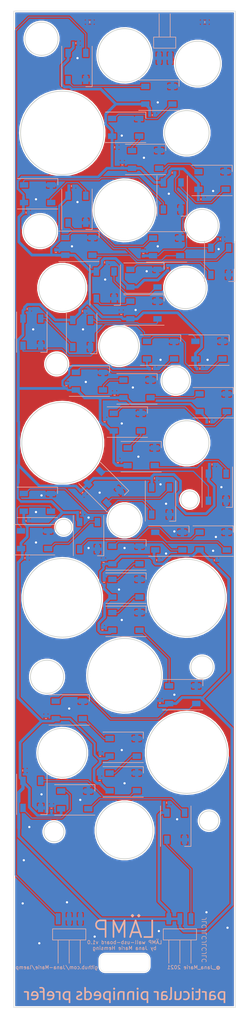
<source format=kicad_pcb>
(kicad_pcb (version 20171130) (host pcbnew 5.1.5+dfsg1-2build2)
  (layers (0 F.Cu signal) (31 B.Cu signal) (34 B.Paste user) (35 F.Paste user) (36 B.SilkS user) (37 F.SilkS user) (38 B.Mask user) (39 F.Mask user) (44 Edge.Cuts user))
  (net 0 "")
  (net 1 DOUT)
  (net 2 GND)
  (net 3 VBUS)
  (net 4 DIN)
  (net 5 "Net-(D1-Pad4)")
  (net 6 "Net-(D2-Pad4)")
  (net 7 "Net-(D3-Pad4)")
  (net 8 "Net-(D23-Pad4)")
  (net 9 "Net-(D4-Pad4)")
  (net 10 "Net-(D5-Pad4)")
  (net 11 "Net-(D6-Pad4)")
  (net 12 "Net-(D10-Pad2)")
  (net 13 "Net-(D10-Pad4)")
  (net 14 "Net-(D11-Pad4)")
  (net 15 "Net-(D12-Pad4)")
  (net 16 "Net-(D13-Pad4)")
  (net 17 "Net-(D14-Pad4)")
  (net 18 "Net-(D15-Pad4)")
  (net 19 "Net-(D16-Pad4)")
  (net 20 "Net-(D17-Pad4)")
  (net 21 "Net-(D18-Pad4)")
  (net 22 "Net-(D19-Pad4)")
  (net 23 "Net-(D20-Pad4)")
  (net 24 "Net-(D21-Pad4)")
  (net 25 "Net-(D24-Pad4)")
  (net 26 "Net-(D7-Pad4)")
  (net 27 "Net-(D8-Pad4)")
  (net 28 "Net-(D22-Pad4)")
  (net 29 "Net-(D25-Pad4)")
  (net 30 "Net-(D26-Pad4)")
  (net 31 "Net-(D27-Pad4)")
  (net 32 "Net-(D28-Pad4)")
  (net 33 "Net-(D29-Pad4)")
  (net 34 "Net-(D30-Pad4)")
  (net 35 "Net-(D31-Pad4)")
  (net 36 "Net-(D32-Pad4)")
  (net 37 "Net-(D33-Pad4)")
  (net 38 "Net-(D34-Pad4)")
  (net 39 "Net-(D35-Pad4)")
  (net 40 "Net-(D36-Pad4)")
  (net 41 "Net-(D37-Pad4)")
  (net 42 "Net-(D38-Pad4)")
  (net 43 "Net-(D39-Pad4)")
  (net 44 "Net-(D40-Pad4)")
  (module otter:conn_01x03_smd_2mm (layer B.Cu) (at 130 185 180)
    (fp_text reference J3 hide)
    (fp_text value CON)
    (pad 3 smd rect (at -2 1.015 180) (size 0.89 2.03) (layers B.Cu B.Paste B.Mask) (net 4 DIN))
    (pad 2 smd rect (at 0 1.015 180) (size 0.89 2.03) (layers B.Cu B.Paste B.Mask) (net 3 VBUS))
    (pad 1 smd rect (at 2 1.015 180) (size 0.89 2.03) (layers B.Cu B.Paste B.Mask) (net 3 VBUS))
  )
  (module otter:conn_01x03_smd_2mm (layer B.Cu) (at 110 185 180)
    (fp_text reference J1 hide)
    (fp_text value CON)
    (pad 3 smd rect (at -2 1.015 180) (size 0.89 2.03) (layers B.Cu B.Paste B.Mask) (net 2 GND))
    (pad 2 smd rect (at 0 1.015 180) (size 0.89 2.03) (layers B.Cu B.Paste B.Mask) (net 2 GND))
    (pad 1 smd rect (at 2 1.015 180) (size 0.89 2.03) (layers B.Cu B.Paste B.Mask) (net 1 DOUT))
  )
  (module otter:laemp_wall-text (layer B.Cu) (at 120 197.75 180)
    (fp_text reference G*** hide)
    (fp_text value LOGO hide)
  )
  (module otter:conn_01x02_smd_2mm (layer B.Cu) (at 127.25 27.5)
    (fp_text reference J2 hide)
    (fp_text value Conn_01x02)
    (pad 2 smd rect (at -1 1.015) (size 0.89 2.03) (layers B.Cu B.Paste B.Mask) (net 2 GND))
    (pad 1 smd rect (at 1 1.015) (size 0.89 2.03) (layers B.Cu B.Paste B.Mask) (net 2 GND))
  )
  (module otter:C_0402 (layer B.Cu) (at 113.72 22)
    (fp_text reference C43 hide)
    (fp_text value 100n hide)
    (pad 2 smd rect (at 0.47 0) (size 0.5 0.6) (layers B.Cu B.Paste B.Mask) (net 2 GND))
    (pad 1 smd rect (at -0.47 0) (size 0.5 0.6) (layers B.Cu B.Paste B.Mask) (net 2 GND))
  )
  (module otter:C_0402 (layer B.Cu) (at 134.5 22)
    (fp_text reference C42 hide)
    (fp_text value 100n hide)
    (pad 2 smd rect (at 0.47 0) (size 0.5 0.6) (layers B.Cu B.Paste B.Mask) (net 2 GND))
    (pad 1 smd rect (at -0.47 0) (size 0.5 0.6) (layers B.Cu B.Paste B.Mask) (net 2 GND))
  )
  (module LED_SMD:LED_SK6812_PLCC4_5.0x5.0mm_P3.2mm (layer B.Cu) (at 111.4 30 270)
    (fp_text reference D41 hide)
    (fp_text value SK6812)
    (pad 3 smd rect (at -2.45 1.6 270) (size 1.5 1) (layers B.Cu B.Paste B.Mask) (net 3 VBUS))
    (pad 4 smd rect (at -2.45 -1.6 270) (size 1.5 1) (layers B.Cu B.Paste B.Mask) (net 1 DOUT))
    (pad 2 smd rect (at 2.45 1.6 270) (size 1.5 1) (layers B.Cu B.Paste B.Mask) (net 44 "Net-(D40-Pad4)"))
    (pad 1 smd rect (at 2.45 -1.6 270) (size 1.5 1) (layers B.Cu B.Paste B.Mask) (net 2 GND))
  )
  (module LED_SMD:LED_SK6812_PLCC4_5.0x5.0mm_P3.2mm (layer B.Cu) (at 126.2 35.2)
    (fp_text reference D40 hide)
    (fp_text value SK6812)
    (pad 3 smd rect (at -2.45 1.6) (size 1.5 1) (layers B.Cu B.Paste B.Mask) (net 3 VBUS))
    (pad 4 smd rect (at -2.45 -1.6) (size 1.5 1) (layers B.Cu B.Paste B.Mask) (net 44 "Net-(D40-Pad4)"))
    (pad 2 smd rect (at 2.45 1.6) (size 1.5 1) (layers B.Cu B.Paste B.Mask) (net 43 "Net-(D39-Pad4)"))
    (pad 1 smd rect (at 2.45 -1.6) (size 1.5 1) (layers B.Cu B.Paste B.Mask) (net 2 GND))
  )
  (module LED_SMD:LED_SK6812_PLCC4_5.0x5.0mm_P3.2mm (layer B.Cu) (at 120.2 41)
    (fp_text reference D39 hide)
    (fp_text value SK6812)
    (pad 3 smd rect (at -2.45 1.6) (size 1.5 1) (layers B.Cu B.Paste B.Mask) (net 3 VBUS))
    (pad 4 smd rect (at -2.45 -1.6) (size 1.5 1) (layers B.Cu B.Paste B.Mask) (net 43 "Net-(D39-Pad4)"))
    (pad 2 smd rect (at 2.45 1.6) (size 1.5 1) (layers B.Cu B.Paste B.Mask) (net 42 "Net-(D38-Pad4)"))
    (pad 1 smd rect (at 2.45 -1.6) (size 1.5 1) (layers B.Cu B.Paste B.Mask) (net 2 GND))
  )
  (module LED_SMD:LED_SK6812_PLCC4_5.0x5.0mm_P3.2mm (layer B.Cu) (at 123.8 46.8)
    (fp_text reference D38 hide)
    (fp_text value SK6812)
    (pad 3 smd rect (at -2.45 1.6) (size 1.5 1) (layers B.Cu B.Paste B.Mask) (net 3 VBUS))
    (pad 4 smd rect (at -2.45 -1.6) (size 1.5 1) (layers B.Cu B.Paste B.Mask) (net 42 "Net-(D38-Pad4)"))
    (pad 2 smd rect (at 2.45 1.6) (size 1.5 1) (layers B.Cu B.Paste B.Mask) (net 41 "Net-(D37-Pad4)"))
    (pad 1 smd rect (at 2.45 -1.6) (size 1.5 1) (layers B.Cu B.Paste B.Mask) (net 2 GND))
  )
  (module LED_SMD:LED_SK6812_PLCC4_5.0x5.0mm_P3.2mm (layer B.Cu) (at 135.8 50.6)
    (fp_text reference D37 hide)
    (fp_text value SK6812)
    (pad 3 smd rect (at -2.45 1.6) (size 1.5 1) (layers B.Cu B.Paste B.Mask) (net 3 VBUS))
    (pad 4 smd rect (at -2.45 -1.6) (size 1.5 1) (layers B.Cu B.Paste B.Mask) (net 41 "Net-(D37-Pad4)"))
    (pad 2 smd rect (at 2.45 1.6) (size 1.5 1) (layers B.Cu B.Paste B.Mask) (net 40 "Net-(D36-Pad4)"))
    (pad 1 smd rect (at 2.45 -1.6) (size 1.5 1) (layers B.Cu B.Paste B.Mask) (net 2 GND))
  )
  (module LED_SMD:LED_SK6812_PLCC4_5.0x5.0mm_P3.2mm (layer B.Cu) (at 128.6 53.4 270)
    (fp_text reference D36 hide)
    (fp_text value SK6812)
    (pad 3 smd rect (at -2.45 1.6 270) (size 1.5 1) (layers B.Cu B.Paste B.Mask) (net 3 VBUS))
    (pad 4 smd rect (at -2.45 -1.6 270) (size 1.5 1) (layers B.Cu B.Paste B.Mask) (net 40 "Net-(D36-Pad4)"))
    (pad 2 smd rect (at 2.45 1.6 270) (size 1.5 1) (layers B.Cu B.Paste B.Mask) (net 39 "Net-(D35-Pad4)"))
    (pad 1 smd rect (at 2.45 -1.6 270) (size 1.5 1) (layers B.Cu B.Paste B.Mask) (net 2 GND))
  )
  (module LED_SMD:LED_SK6812_PLCC4_5.0x5.0mm_P3.2mm (layer B.Cu) (at 104.3 53)
    (fp_text reference D35 hide)
    (fp_text value SK6812)
    (pad 3 smd rect (at -2.45 1.6) (size 1.5 1) (layers B.Cu B.Paste B.Mask) (net 3 VBUS))
    (pad 4 smd rect (at -2.45 -1.6) (size 1.5 1) (layers B.Cu B.Paste B.Mask) (net 39 "Net-(D35-Pad4)"))
    (pad 2 smd rect (at 2.45 1.6) (size 1.5 1) (layers B.Cu B.Paste B.Mask) (net 38 "Net-(D34-Pad4)"))
    (pad 1 smd rect (at 2.45 -1.6) (size 1.5 1) (layers B.Cu B.Paste B.Mask) (net 2 GND))
  )
  (module LED_SMD:LED_SK6812_PLCC4_5.0x5.0mm_P3.2mm (layer B.Cu) (at 111.4 55.8 270)
    (fp_text reference D34 hide)
    (fp_text value SK6812)
    (pad 3 smd rect (at -2.45 1.6 270) (size 1.5 1) (layers B.Cu B.Paste B.Mask) (net 3 VBUS))
    (pad 4 smd rect (at -2.45 -1.6 270) (size 1.5 1) (layers B.Cu B.Paste B.Mask) (net 38 "Net-(D34-Pad4)"))
    (pad 2 smd rect (at 2.45 1.6 270) (size 1.5 1) (layers B.Cu B.Paste B.Mask) (net 37 "Net-(D33-Pad4)"))
    (pad 1 smd rect (at 2.45 -1.6 270) (size 1.5 1) (layers B.Cu B.Paste B.Mask) (net 2 GND))
  )
  (module LED_SMD:LED_SK6812_PLCC4_5.0x5.0mm_P3.2mm (layer B.Cu) (at 127.6 62.6)
    (fp_text reference D33 hide)
    (fp_text value SK6812)
    (pad 3 smd rect (at -2.45 1.6) (size 1.5 1) (layers B.Cu B.Paste B.Mask) (net 3 VBUS))
    (pad 4 smd rect (at -2.45 -1.6) (size 1.5 1) (layers B.Cu B.Paste B.Mask) (net 37 "Net-(D33-Pad4)"))
    (pad 2 smd rect (at 2.45 1.6) (size 1.5 1) (layers B.Cu B.Paste B.Mask) (net 36 "Net-(D32-Pad4)"))
    (pad 1 smd rect (at 2.45 -1.6) (size 1.5 1) (layers B.Cu B.Paste B.Mask) (net 2 GND))
  )
  (module LED_SMD:LED_SK6812_PLCC4_5.0x5.0mm_P3.2mm (layer B.Cu) (at 111.75 62.5)
    (fp_text reference D32 hide)
    (fp_text value SK6812)
    (pad 3 smd rect (at -2.45 1.6) (size 1.5 1) (layers B.Cu B.Paste B.Mask) (net 3 VBUS))
    (pad 4 smd rect (at -2.45 -1.6) (size 1.5 1) (layers B.Cu B.Paste B.Mask) (net 36 "Net-(D32-Pad4)"))
    (pad 2 smd rect (at 2.45 1.6) (size 1.5 1) (layers B.Cu B.Paste B.Mask) (net 35 "Net-(D31-Pad4)"))
    (pad 1 smd rect (at 2.45 -1.6) (size 1.5 1) (layers B.Cu B.Paste B.Mask) (net 2 GND))
  )
  (module LED_SMD:LED_SK6812_PLCC4_5.0x5.0mm_P3.2mm (layer B.Cu) (at 137.2 65.2 270)
    (fp_text reference D31 hide)
    (fp_text value SK6812)
    (pad 3 smd rect (at -2.45 1.6 270) (size 1.5 1) (layers B.Cu B.Paste B.Mask) (net 3 VBUS))
    (pad 4 smd rect (at -2.45 -1.6 270) (size 1.5 1) (layers B.Cu B.Paste B.Mask) (net 35 "Net-(D31-Pad4)"))
    (pad 2 smd rect (at 2.45 1.6 270) (size 1.5 1) (layers B.Cu B.Paste B.Mask) (net 34 "Net-(D30-Pad4)"))
    (pad 1 smd rect (at 2.45 -1.6 270) (size 1.5 1) (layers B.Cu B.Paste B.Mask) (net 2 GND))
  )
  (module LED_SMD:LED_SK6812_PLCC4_5.0x5.0mm_P3.2mm (layer B.Cu) (at 123.5 68.25)
    (fp_text reference D30 hide)
    (fp_text value SK6812)
    (pad 3 smd rect (at -2.45 1.6) (size 1.5 1) (layers B.Cu B.Paste B.Mask) (net 3 VBUS))
    (pad 4 smd rect (at -2.45 -1.6) (size 1.5 1) (layers B.Cu B.Paste B.Mask) (net 34 "Net-(D30-Pad4)"))
    (pad 2 smd rect (at 2.45 1.6) (size 1.5 1) (layers B.Cu B.Paste B.Mask) (net 33 "Net-(D29-Pad4)"))
    (pad 1 smd rect (at 2.45 -1.6) (size 1.5 1) (layers B.Cu B.Paste B.Mask) (net 2 GND))
  )
  (module LED_SMD:LED_SK6812_PLCC4_5.0x5.0mm_P3.2mm (layer B.Cu) (at 116.5 69.5 270)
    (fp_text reference D29 hide)
    (fp_text value SK6812)
    (pad 3 smd rect (at -2.45 1.6 270) (size 1.5 1) (layers B.Cu B.Paste B.Mask) (net 3 VBUS))
    (pad 4 smd rect (at -2.45 -1.6 270) (size 1.5 1) (layers B.Cu B.Paste B.Mask) (net 33 "Net-(D29-Pad4)"))
    (pad 2 smd rect (at 2.45 1.6 270) (size 1.5 1) (layers B.Cu B.Paste B.Mask) (net 32 "Net-(D28-Pad4)"))
    (pad 1 smd rect (at 2.45 -1.6 270) (size 1.5 1) (layers B.Cu B.Paste B.Mask) (net 2 GND))
  )
  (module LED_SMD:LED_SK6812_PLCC4_5.0x5.0mm_P3.2mm (layer B.Cu) (at 123.5 74)
    (fp_text reference D28 hide)
    (fp_text value SK6812)
    (pad 3 smd rect (at -2.45 1.6) (size 1.5 1) (layers B.Cu B.Paste B.Mask) (net 3 VBUS))
    (pad 4 smd rect (at -2.45 -1.6) (size 1.5 1) (layers B.Cu B.Paste B.Mask) (net 32 "Net-(D28-Pad4)"))
    (pad 2 smd rect (at 2.45 1.6) (size 1.5 1) (layers B.Cu B.Paste B.Mask) (net 31 "Net-(D27-Pad4)"))
    (pad 1 smd rect (at 2.45 -1.6) (size 1.5 1) (layers B.Cu B.Paste B.Mask) (net 2 GND))
  )
  (module LED_SMD:LED_SK6812_PLCC4_5.0x5.0mm_P3.2mm (layer B.Cu) (at 112.25 78.25 270)
    (fp_text reference D27 hide)
    (fp_text value SK6812)
    (pad 3 smd rect (at -2.45 1.6 270) (size 1.5 1) (layers B.Cu B.Paste B.Mask) (net 3 VBUS))
    (pad 4 smd rect (at -2.45 -1.6 270) (size 1.5 1) (layers B.Cu B.Paste B.Mask) (net 31 "Net-(D27-Pad4)"))
    (pad 2 smd rect (at 2.45 1.6 270) (size 1.5 1) (layers B.Cu B.Paste B.Mask) (net 30 "Net-(D26-Pad4)"))
    (pad 1 smd rect (at 2.45 -1.6 270) (size 1.5 1) (layers B.Cu B.Paste B.Mask) (net 2 GND))
  )
  (module LED_SMD:LED_SK6812_PLCC4_5.0x5.0mm_P3.2mm (layer B.Cu) (at 103.25 78 270)
    (fp_text reference D26 hide)
    (fp_text value SK6812)
    (pad 3 smd rect (at -2.45 1.6 270) (size 1.5 1) (layers B.Cu B.Paste B.Mask) (net 3 VBUS))
    (pad 4 smd rect (at -2.45 -1.6 270) (size 1.5 1) (layers B.Cu B.Paste B.Mask) (net 30 "Net-(D26-Pad4)"))
    (pad 2 smd rect (at 2.45 1.6 270) (size 1.5 1) (layers B.Cu B.Paste B.Mask) (net 25 "Net-(D24-Pad4)"))
    (pad 1 smd rect (at 2.45 -1.6 270) (size 1.5 1) (layers B.Cu B.Paste B.Mask) (net 2 GND))
  )
  (module LED_SMD:LED_SK6812_PLCC4_5.0x5.0mm_P3.2mm (layer B.Cu) (at 103.25 161.5 270)
    (fp_text reference D25 hide)
    (fp_text value SK6812)
    (pad 3 smd rect (at -2.45 1.6 270) (size 1.5 1) (layers B.Cu B.Paste B.Mask) (net 3 VBUS))
    (pad 4 smd rect (at -2.45 -1.6 270) (size 1.5 1) (layers B.Cu B.Paste B.Mask) (net 29 "Net-(D25-Pad4)"))
    (pad 2 smd rect (at 2.45 1.6 270) (size 1.5 1) (layers B.Cu B.Paste B.Mask) (net 6 "Net-(D2-Pad4)"))
    (pad 1 smd rect (at 2.45 -1.6 270) (size 1.5 1) (layers B.Cu B.Paste B.Mask) (net 2 GND))
  )
  (module otter:C_0402 (layer B.Cu) (at 116.3 123.2 90)
    (fp_text reference C41 hide)
    (fp_text value 100n hide)
    (pad 2 smd rect (at 0.47 0 90) (size 0.5 0.6) (layers B.Cu B.Paste B.Mask) (net 2 GND))
    (pad 1 smd rect (at -0.47 0 90) (size 0.5 0.6) (layers B.Cu B.Paste B.Mask) (net 3 VBUS))
  )
  (module otter:C_0402 (layer B.Cu) (at 116 131.8 90)
    (fp_text reference C40 hide)
    (fp_text value 100n hide)
    (pad 2 smd rect (at 0.47 0 90) (size 0.5 0.6) (layers B.Cu B.Paste B.Mask) (net 2 GND))
    (pad 1 smd rect (at -0.47 0 90) (size 0.5 0.6) (layers B.Cu B.Paste B.Mask) (net 3 VBUS))
  )
  (module otter:C_0402 (layer B.Cu) (at 105.8 147.8 90)
    (fp_text reference C39 hide)
    (fp_text value 100n hide)
    (pad 2 smd rect (at 0.47 0 90) (size 0.5 0.6) (layers B.Cu B.Paste B.Mask) (net 2 GND))
    (pad 1 smd rect (at -0.47 0 90) (size 0.5 0.6) (layers B.Cu B.Paste B.Mask) (net 3 VBUS))
  )
  (module otter:C_0402 (layer B.Cu) (at 126.4 145 90)
    (fp_text reference C38 hide)
    (fp_text value 100n hide)
    (pad 2 smd rect (at 0.47 0 90) (size 0.5 0.6) (layers B.Cu B.Paste B.Mask) (net 2 GND))
    (pad 1 smd rect (at -0.47 0 90) (size 0.5 0.6) (layers B.Cu B.Paste B.Mask) (net 3 VBUS))
  )
  (module otter:C_0402 (layer B.Cu) (at 115.5 159 90)
    (fp_text reference C37 hide)
    (fp_text value 100n hide)
    (pad 2 smd rect (at 0.47 0 90) (size 0.5 0.6) (layers B.Cu B.Paste B.Mask) (net 2 GND))
    (pad 1 smd rect (at -0.47 0 90) (size 0.5 0.6) (layers B.Cu B.Paste B.Mask) (net 3 VBUS))
  )
  (module otter:C_0402 (layer B.Cu) (at 115.6 154.6 90)
    (fp_text reference C36 hide)
    (fp_text value 100n hide)
    (pad 2 smd rect (at 0.47 0 90) (size 0.5 0.6) (layers B.Cu B.Paste B.Mask) (net 2 GND))
    (pad 1 smd rect (at -0.47 0 90) (size 0.5 0.6) (layers B.Cu B.Paste B.Mask) (net 3 VBUS))
  )
  (module otter:C_0402 (layer B.Cu) (at 116.4 94.2 90)
    (fp_text reference C35 hide)
    (fp_text value 100n hide)
    (pad 2 smd rect (at 0.47 0 90) (size 0.5 0.6) (layers B.Cu B.Paste B.Mask) (net 2 GND))
    (pad 1 smd rect (at -0.47 0 90) (size 0.5 0.6) (layers B.Cu B.Paste B.Mask) (net 3 VBUS))
  )
  (module otter:C_0402 (layer B.Cu) (at 109.5 87.7 90)
    (fp_text reference C34 hide)
    (fp_text value 100n hide)
    (pad 2 smd rect (at 0.47 0 90) (size 0.5 0.6) (layers B.Cu B.Paste B.Mask) (net 2 GND))
    (pad 1 smd rect (at -0.47 0 90) (size 0.5 0.6) (layers B.Cu B.Paste B.Mask) (net 3 VBUS))
  )
  (module otter:C_0402 (layer B.Cu) (at 102.4 73.8)
    (fp_text reference C33 hide)
    (fp_text value 100n hide)
    (pad 2 smd rect (at 0.47 0) (size 0.5 0.6) (layers B.Cu B.Paste B.Mask) (net 2 GND))
    (pad 1 smd rect (at -0.47 0) (size 0.5 0.6) (layers B.Cu B.Paste B.Mask) (net 3 VBUS))
  )
  (module otter:C_0402 (layer B.Cu) (at 106.8 164 90)
    (fp_text reference C32 hide)
    (fp_text value 100n hide)
    (pad 2 smd rect (at 0.47 0 90) (size 0.5 0.6) (layers B.Cu B.Paste B.Mask) (net 2 GND))
    (pad 1 smd rect (at -0.47 0 90) (size 0.5 0.6) (layers B.Cu B.Paste B.Mask) (net 3 VBUS))
  )
  (module otter:C_0402 (layer B.Cu) (at 125.8 119.2)
    (fp_text reference C31 hide)
    (fp_text value 100n hide)
    (pad 2 smd rect (at 0.47 0) (size 0.5 0.6) (layers B.Cu B.Paste B.Mask) (net 2 GND))
    (pad 1 smd rect (at -0.47 0) (size 0.5 0.6) (layers B.Cu B.Paste B.Mask) (net 3 VBUS))
  )
  (module otter:C_0402 (layer B.Cu) (at 118.2 89.4 90)
    (fp_text reference C30 hide)
    (fp_text value 100n hide)
    (pad 2 smd rect (at 0.47 0 90) (size 0.5 0.6) (layers B.Cu B.Paste B.Mask) (net 2 GND))
    (pad 1 smd rect (at -0.47 0 90) (size 0.5 0.6) (layers B.Cu B.Paste B.Mask) (net 3 VBUS))
  )
  (module otter:C_0402 (layer B.Cu) (at 112.4 74.2)
    (fp_text reference C29 hide)
    (fp_text value 100n hide)
    (pad 2 smd rect (at 0.47 0) (size 0.5 0.6) (layers B.Cu B.Paste B.Mask) (net 2 GND))
    (pad 1 smd rect (at -0.47 0) (size 0.5 0.6) (layers B.Cu B.Paste B.Mask) (net 3 VBUS))
  )
  (module otter:C_0402 (layer B.Cu) (at 136.2 119.2)
    (fp_text reference C28 hide)
    (fp_text value 100n hide)
    (pad 2 smd rect (at 0.47 0) (size 0.5 0.6) (layers B.Cu B.Paste B.Mask) (net 2 GND))
    (pad 1 smd rect (at -0.47 0) (size 0.5 0.6) (layers B.Cu B.Paste B.Mask) (net 3 VBUS))
  )
  (module otter:C_0402 (layer B.Cu) (at 135.33 94.2)
    (fp_text reference C27 hide)
    (fp_text value 100n hide)
    (pad 2 smd rect (at 0.47 0) (size 0.5 0.6) (layers B.Cu B.Paste B.Mask) (net 2 GND))
    (pad 1 smd rect (at -0.47 0) (size 0.5 0.6) (layers B.Cu B.Paste B.Mask) (net 3 VBUS))
  )
  (module otter:C_0402 (layer B.Cu) (at 127.6 163)
    (fp_text reference C26 hide)
    (fp_text value 100n hide)
    (pad 2 smd rect (at 0.47 0) (size 0.5 0.6) (layers B.Cu B.Paste B.Mask) (net 2 GND))
    (pad 1 smd rect (at -0.47 0) (size 0.5 0.6) (layers B.Cu B.Paste B.Mask) (net 3 VBUS))
  )
  (module otter:C_0402 (layer B.Cu) (at 101.6 157.2)
    (fp_text reference C25 hide)
    (fp_text value 100n hide)
    (pad 2 smd rect (at 0.47 0) (size 0.5 0.6) (layers B.Cu B.Paste B.Mask) (net 2 GND))
    (pad 1 smd rect (at -0.47 0) (size 0.5 0.6) (layers B.Cu B.Paste B.Mask) (net 3 VBUS))
  )
  (module LED_SMD:LED_SK6812_PLCC4_5.0x5.0mm_P3.2mm (layer B.Cu) (at 135.25 81.25)
    (fp_text reference D24 hide)
    (fp_text value SK6812)
    (pad 3 smd rect (at -2.45 1.6) (size 1.5 1) (layers B.Cu B.Paste B.Mask) (net 3 VBUS))
    (pad 4 smd rect (at -2.45 -1.6) (size 1.5 1) (layers B.Cu B.Paste B.Mask) (net 25 "Net-(D24-Pad4)"))
    (pad 2 smd rect (at 2.45 1.6) (size 1.5 1) (layers B.Cu B.Paste B.Mask) (net 8 "Net-(D23-Pad4)"))
    (pad 1 smd rect (at 2.45 -1.6) (size 1.5 1) (layers B.Cu B.Paste B.Mask) (net 2 GND))
  )
  (module LED_SMD:LED_SK6812_PLCC4_5.0x5.0mm_P3.2mm (layer B.Cu) (at 126.5 81.25)
    (fp_text reference D23 hide)
    (fp_text value SK6812)
    (pad 3 smd rect (at -2.45 1.6) (size 1.5 1) (layers B.Cu B.Paste B.Mask) (net 3 VBUS))
    (pad 4 smd rect (at -2.45 -1.6) (size 1.5 1) (layers B.Cu B.Paste B.Mask) (net 8 "Net-(D23-Pad4)"))
    (pad 2 smd rect (at 2.45 1.6) (size 1.5 1) (layers B.Cu B.Paste B.Mask) (net 28 "Net-(D22-Pad4)"))
    (pad 1 smd rect (at 2.45 -1.6) (size 1.5 1) (layers B.Cu B.Paste B.Mask) (net 2 GND))
  )
  (module LED_SMD:LED_SK6812_PLCC4_5.0x5.0mm_P3.2mm (layer B.Cu) (at 113.65 86.85)
    (fp_text reference D22 hide)
    (fp_text value SK6812)
    (pad 3 smd rect (at -2.45 1.6) (size 1.5 1) (layers B.Cu B.Paste B.Mask) (net 3 VBUS))
    (pad 4 smd rect (at -2.45 -1.6) (size 1.5 1) (layers B.Cu B.Paste B.Mask) (net 28 "Net-(D22-Pad4)"))
    (pad 2 smd rect (at 2.45 1.6) (size 1.5 1) (layers B.Cu B.Paste B.Mask) (net 24 "Net-(D21-Pad4)"))
    (pad 1 smd rect (at 2.45 -1.6) (size 1.5 1) (layers B.Cu B.Paste B.Mask) (net 2 GND))
  )
  (module LED_SMD:LED_SK6812_PLCC4_5.0x5.0mm_P3.2mm (layer B.Cu) (at 122.25 88.25)
    (fp_text reference D21 hide)
    (fp_text value SK6812)
    (pad 3 smd rect (at -2.45 1.6) (size 1.5 1) (layers B.Cu B.Paste B.Mask) (net 3 VBUS))
    (pad 4 smd rect (at -2.45 -1.6) (size 1.5 1) (layers B.Cu B.Paste B.Mask) (net 24 "Net-(D21-Pad4)"))
    (pad 2 smd rect (at 2.45 1.6) (size 1.5 1) (layers B.Cu B.Paste B.Mask) (net 23 "Net-(D20-Pad4)"))
    (pad 1 smd rect (at 2.45 -1.6) (size 1.5 1) (layers B.Cu B.Paste B.Mask) (net 2 GND))
  )
  (module LED_SMD:LED_SK6812_PLCC4_5.0x5.0mm_P3.2mm (layer B.Cu) (at 136 90.75)
    (fp_text reference D20 hide)
    (fp_text value SK6812)
    (pad 3 smd rect (at -2.45 1.6) (size 1.5 1) (layers B.Cu B.Paste B.Mask) (net 3 VBUS))
    (pad 4 smd rect (at -2.45 -1.6) (size 1.5 1) (layers B.Cu B.Paste B.Mask) (net 23 "Net-(D20-Pad4)"))
    (pad 2 smd rect (at 2.45 1.6) (size 1.5 1) (layers B.Cu B.Paste B.Mask) (net 22 "Net-(D19-Pad4)"))
    (pad 1 smd rect (at 2.45 -1.6) (size 1.5 1) (layers B.Cu B.Paste B.Mask) (net 2 GND))
  )
  (module LED_SMD:LED_SK6812_PLCC4_5.0x5.0mm_P3.2mm (layer B.Cu) (at 120.5 94.25)
    (fp_text reference D19 hide)
    (fp_text value SK6812)
    (pad 3 smd rect (at -2.45 1.6) (size 1.5 1) (layers B.Cu B.Paste B.Mask) (net 3 VBUS))
    (pad 4 smd rect (at -2.45 -1.6) (size 1.5 1) (layers B.Cu B.Paste B.Mask) (net 22 "Net-(D19-Pad4)"))
    (pad 2 smd rect (at 2.45 1.6) (size 1.5 1) (layers B.Cu B.Paste B.Mask) (net 21 "Net-(D18-Pad4)"))
    (pad 1 smd rect (at 2.45 -1.6) (size 1.5 1) (layers B.Cu B.Paste B.Mask) (net 2 GND))
  )
  (module LED_SMD:LED_SK6812_PLCC4_5.0x5.0mm_P3.2mm (layer B.Cu) (at 123 100.5)
    (fp_text reference D18 hide)
    (fp_text value SK6812)
    (pad 3 smd rect (at -2.45 1.6) (size 1.5 1) (layers B.Cu B.Paste B.Mask) (net 3 VBUS))
    (pad 4 smd rect (at -2.45 -1.6) (size 1.5 1) (layers B.Cu B.Paste B.Mask) (net 21 "Net-(D18-Pad4)"))
    (pad 2 smd rect (at 2.45 1.6) (size 1.5 1) (layers B.Cu B.Paste B.Mask) (net 20 "Net-(D17-Pad4)"))
    (pad 1 smd rect (at 2.45 -1.6) (size 1.5 1) (layers B.Cu B.Paste B.Mask) (net 2 GND))
  )
  (module LED_SMD:LED_SK6812_PLCC4_5.0x5.0mm_P3.2mm (layer B.Cu) (at 136.75 106 270)
    (fp_text reference D17 hide)
    (fp_text value SK6812)
    (pad 3 smd rect (at -2.45 1.6 270) (size 1.5 1) (layers B.Cu B.Paste B.Mask) (net 3 VBUS))
    (pad 4 smd rect (at -2.45 -1.6 270) (size 1.5 1) (layers B.Cu B.Paste B.Mask) (net 20 "Net-(D17-Pad4)"))
    (pad 2 smd rect (at 2.45 1.6 270) (size 1.5 1) (layers B.Cu B.Paste B.Mask) (net 19 "Net-(D16-Pad4)"))
    (pad 1 smd rect (at 2.45 -1.6 270) (size 1.5 1) (layers B.Cu B.Paste B.Mask) (net 2 GND))
  )
  (module LED_SMD:LED_SK6812_PLCC4_5.0x5.0mm_P3.2mm (layer B.Cu) (at 116.25 106 315)
    (fp_text reference D16 hide)
    (fp_text value SK6812)
    (pad 3 smd rect (at -2.45 1.6 315) (size 1.5 1) (layers B.Cu B.Paste B.Mask) (net 3 VBUS))
    (pad 4 smd rect (at -2.45 -1.6 315) (size 1.5 1) (layers B.Cu B.Paste B.Mask) (net 19 "Net-(D16-Pad4)"))
    (pad 2 smd rect (at 2.45 1.6 315) (size 1.5 1) (layers B.Cu B.Paste B.Mask) (net 18 "Net-(D15-Pad4)"))
    (pad 1 smd rect (at 2.45 -1.6 315) (size 1.5 1) (layers B.Cu B.Paste B.Mask) (net 2 GND))
  )
  (module LED_SMD:LED_SK6812_PLCC4_5.0x5.0mm_P3.2mm (layer B.Cu) (at 126.5 108.5 270)
    (fp_text reference D15 hide)
    (fp_text value SK6812)
    (pad 3 smd rect (at -2.45 1.6 270) (size 1.5 1) (layers B.Cu B.Paste B.Mask) (net 3 VBUS))
    (pad 4 smd rect (at -2.45 -1.6 270) (size 1.5 1) (layers B.Cu B.Paste B.Mask) (net 18 "Net-(D15-Pad4)"))
    (pad 2 smd rect (at 2.45 1.6 270) (size 1.5 1) (layers B.Cu B.Paste B.Mask) (net 17 "Net-(D14-Pad4)"))
    (pad 1 smd rect (at 2.45 -1.6 270) (size 1.5 1) (layers B.Cu B.Paste B.Mask) (net 2 GND))
  )
  (module LED_SMD:LED_SK6812_PLCC4_5.0x5.0mm_P3.2mm (layer B.Cu) (at 104.25 108.75)
    (fp_text reference D14 hide)
    (fp_text value SK6812)
    (pad 3 smd rect (at -2.45 1.6) (size 1.5 1) (layers B.Cu B.Paste B.Mask) (net 3 VBUS))
    (pad 4 smd rect (at -2.45 -1.6) (size 1.5 1) (layers B.Cu B.Paste B.Mask) (net 17 "Net-(D14-Pad4)"))
    (pad 2 smd rect (at 2.45 1.6) (size 1.5 1) (layers B.Cu B.Paste B.Mask) (net 16 "Net-(D13-Pad4)"))
    (pad 1 smd rect (at 2.45 -1.6) (size 1.5 1) (layers B.Cu B.Paste B.Mask) (net 2 GND))
  )
  (module LED_SMD:LED_SK6812_PLCC4_5.0x5.0mm_P3.2mm (layer B.Cu) (at 103.75 115.5)
    (fp_text reference D13 hide)
    (fp_text value SK6812)
    (pad 3 smd rect (at -2.45 1.6) (size 1.5 1) (layers B.Cu B.Paste B.Mask) (net 3 VBUS))
    (pad 4 smd rect (at -2.45 -1.6) (size 1.5 1) (layers B.Cu B.Paste B.Mask) (net 16 "Net-(D13-Pad4)"))
    (pad 2 smd rect (at 2.45 1.6) (size 1.5 1) (layers B.Cu B.Paste B.Mask) (net 15 "Net-(D12-Pad4)"))
    (pad 1 smd rect (at 2.45 -1.6) (size 1.5 1) (layers B.Cu B.Paste B.Mask) (net 2 GND))
  )
  (module LED_SMD:LED_SK6812_PLCC4_5.0x5.0mm_P3.2mm (layer B.Cu) (at 113.5 114.75 270)
    (fp_text reference D12 hide)
    (fp_text value SK6812)
    (pad 3 smd rect (at -2.45 1.6 270) (size 1.5 1) (layers B.Cu B.Paste B.Mask) (net 3 VBUS))
    (pad 4 smd rect (at -2.45 -1.6 270) (size 1.5 1) (layers B.Cu B.Paste B.Mask) (net 15 "Net-(D12-Pad4)"))
    (pad 2 smd rect (at 2.45 1.6 270) (size 1.5 1) (layers B.Cu B.Paste B.Mask) (net 14 "Net-(D11-Pad4)"))
    (pad 1 smd rect (at 2.45 -1.6 270) (size 1.5 1) (layers B.Cu B.Paste B.Mask) (net 2 GND))
  )
  (module LED_SMD:LED_SK6812_PLCC4_5.0x5.0mm_P3.2mm (layer B.Cu) (at 136 115.75)
    (fp_text reference D11 hide)
    (fp_text value SK6812)
    (pad 3 smd rect (at -2.45 1.6) (size 1.5 1) (layers B.Cu B.Paste B.Mask) (net 3 VBUS))
    (pad 4 smd rect (at -2.45 -1.6) (size 1.5 1) (layers B.Cu B.Paste B.Mask) (net 14 "Net-(D11-Pad4)"))
    (pad 2 smd rect (at 2.45 1.6) (size 1.5 1) (layers B.Cu B.Paste B.Mask) (net 13 "Net-(D10-Pad4)"))
    (pad 1 smd rect (at 2.45 -1.6) (size 1.5 1) (layers B.Cu B.Paste B.Mask) (net 2 GND))
  )
  (module LED_SMD:LED_SK6812_PLCC4_5.0x5.0mm_P3.2mm (layer B.Cu) (at 128 115.75)
    (fp_text reference D10 hide)
    (fp_text value SK6812)
    (pad 3 smd rect (at -2.45 1.6) (size 1.5 1) (layers B.Cu B.Paste B.Mask) (net 3 VBUS))
    (pad 4 smd rect (at -2.45 -1.6) (size 1.5 1) (layers B.Cu B.Paste B.Mask) (net 13 "Net-(D10-Pad4)"))
    (pad 2 smd rect (at 2.45 1.6) (size 1.5 1) (layers B.Cu B.Paste B.Mask) (net 12 "Net-(D10-Pad2)"))
    (pad 1 smd rect (at 2.45 -1.6) (size 1.5 1) (layers B.Cu B.Paste B.Mask) (net 2 GND))
  )
  (module LED_SMD:LED_SK6812_PLCC4_5.0x5.0mm_P3.2mm (layer B.Cu) (at 120.25 118.25)
    (fp_text reference D9 hide)
    (fp_text value SK6812)
    (pad 3 smd rect (at -2.45 1.6) (size 1.5 1) (layers B.Cu B.Paste B.Mask) (net 3 VBUS))
    (pad 4 smd rect (at -2.45 -1.6) (size 1.5 1) (layers B.Cu B.Paste B.Mask) (net 12 "Net-(D10-Pad2)"))
    (pad 2 smd rect (at 2.45 1.6) (size 1.5 1) (layers B.Cu B.Paste B.Mask) (net 27 "Net-(D8-Pad4)"))
    (pad 1 smd rect (at 2.45 -1.6) (size 1.5 1) (layers B.Cu B.Paste B.Mask) (net 2 GND))
  )
  (module LED_SMD:LED_SK6812_PLCC4_5.0x5.0mm_P3.2mm (layer B.Cu) (at 120.25 124.25)
    (fp_text reference D8 hide)
    (fp_text value SK6812)
    (pad 3 smd rect (at -2.45 1.6) (size 1.5 1) (layers B.Cu B.Paste B.Mask) (net 3 VBUS))
    (pad 4 smd rect (at -2.45 -1.6) (size 1.5 1) (layers B.Cu B.Paste B.Mask) (net 27 "Net-(D8-Pad4)"))
    (pad 2 smd rect (at 2.45 1.6) (size 1.5 1) (layers B.Cu B.Paste B.Mask) (net 26 "Net-(D7-Pad4)"))
    (pad 1 smd rect (at 2.45 -1.6) (size 1.5 1) (layers B.Cu B.Paste B.Mask) (net 2 GND))
  )
  (module LED_SMD:LED_SK6812_PLCC4_5.0x5.0mm_P3.2mm (layer B.Cu) (at 120.25 130.25)
    (fp_text reference D7 hide)
    (fp_text value SK6812)
    (pad 3 smd rect (at -2.45 1.6) (size 1.5 1) (layers B.Cu B.Paste B.Mask) (net 3 VBUS))
    (pad 4 smd rect (at -2.45 -1.6) (size 1.5 1) (layers B.Cu B.Paste B.Mask) (net 26 "Net-(D7-Pad4)"))
    (pad 2 smd rect (at 2.45 1.6) (size 1.5 1) (layers B.Cu B.Paste B.Mask) (net 11 "Net-(D6-Pad4)"))
    (pad 1 smd rect (at 2.45 -1.6) (size 1.5 1) (layers B.Cu B.Paste B.Mask) (net 2 GND))
  )
  (module LED_SMD:LED_SK6812_PLCC4_5.0x5.0mm_P3.2mm (layer B.Cu) (at 130.5 143.5)
    (fp_text reference D6 hide)
    (fp_text value SK6812)
    (pad 3 smd rect (at -2.45 1.6) (size 1.5 1) (layers B.Cu B.Paste B.Mask) (net 3 VBUS))
    (pad 4 smd rect (at -2.45 -1.6) (size 1.5 1) (layers B.Cu B.Paste B.Mask) (net 11 "Net-(D6-Pad4)"))
    (pad 2 smd rect (at 2.45 1.6) (size 1.5 1) (layers B.Cu B.Paste B.Mask) (net 10 "Net-(D5-Pad4)"))
    (pad 1 smd rect (at 2.45 -1.6) (size 1.5 1) (layers B.Cu B.Paste B.Mask) (net 2 GND))
  )
  (module LED_SMD:LED_SK6812_PLCC4_5.0x5.0mm_P3.2mm (layer B.Cu) (at 110 146.25)
    (fp_text reference D5 hide)
    (fp_text value SK6812)
    (pad 3 smd rect (at -2.45 1.6) (size 1.5 1) (layers B.Cu B.Paste B.Mask) (net 3 VBUS))
    (pad 4 smd rect (at -2.45 -1.6) (size 1.5 1) (layers B.Cu B.Paste B.Mask) (net 10 "Net-(D5-Pad4)"))
    (pad 2 smd rect (at 2.45 1.6) (size 1.5 1) (layers B.Cu B.Paste B.Mask) (net 9 "Net-(D4-Pad4)"))
    (pad 1 smd rect (at 2.45 -1.6) (size 1.5 1) (layers B.Cu B.Paste B.Mask) (net 2 GND))
  )
  (module LED_SMD:LED_SK6812_PLCC4_5.0x5.0mm_P3.2mm (layer B.Cu) (at 119.75 153)
    (fp_text reference D4 hide)
    (fp_text value SK6812)
    (pad 3 smd rect (at -2.45 1.6) (size 1.5 1) (layers B.Cu B.Paste B.Mask) (net 3 VBUS))
    (pad 4 smd rect (at -2.45 -1.6) (size 1.5 1) (layers B.Cu B.Paste B.Mask) (net 9 "Net-(D4-Pad4)"))
    (pad 2 smd rect (at 2.45 1.6) (size 1.5 1) (layers B.Cu B.Paste B.Mask) (net 7 "Net-(D3-Pad4)"))
    (pad 1 smd rect (at 2.45 -1.6) (size 1.5 1) (layers B.Cu B.Paste B.Mask) (net 2 GND))
  )
  (module LED_SMD:LED_SK6812_PLCC4_5.0x5.0mm_P3.2mm (layer B.Cu) (at 119.75 159.25)
    (fp_text reference D3 hide)
    (fp_text value SK6812)
    (pad 3 smd rect (at -2.45 1.6) (size 1.5 1) (layers B.Cu B.Paste B.Mask) (net 3 VBUS))
    (pad 4 smd rect (at -2.45 -1.6) (size 1.5 1) (layers B.Cu B.Paste B.Mask) (net 7 "Net-(D3-Pad4)"))
    (pad 2 smd rect (at 2.45 1.6) (size 1.5 1) (layers B.Cu B.Paste B.Mask) (net 29 "Net-(D25-Pad4)"))
    (pad 1 smd rect (at 2.45 -1.6) (size 1.5 1) (layers B.Cu B.Paste B.Mask) (net 2 GND))
  )
  (module LED_SMD:LED_SK6812_PLCC4_5.0x5.0mm_P3.2mm (layer B.Cu) (at 111 162.5)
    (fp_text reference D2 hide)
    (fp_text value SK6812)
    (pad 3 smd rect (at -2.45 1.6) (size 1.5 1) (layers B.Cu B.Paste B.Mask) (net 3 VBUS))
    (pad 4 smd rect (at -2.45 -1.6) (size 1.5 1) (layers B.Cu B.Paste B.Mask) (net 6 "Net-(D2-Pad4)"))
    (pad 2 smd rect (at 2.45 1.6) (size 1.5 1) (layers B.Cu B.Paste B.Mask) (net 5 "Net-(D1-Pad4)"))
    (pad 1 smd rect (at 2.45 -1.6) (size 1.5 1) (layers B.Cu B.Paste B.Mask) (net 2 GND))
  )
  (module LED_SMD:LED_SK6812_PLCC4_5.0x5.0mm_P3.2mm (layer B.Cu) (at 129.25 167.25 270)
    (fp_text reference D1 hide)
    (fp_text value SK6812)
    (pad 3 smd rect (at -2.45 1.6 270) (size 1.5 1) (layers B.Cu B.Paste B.Mask) (net 3 VBUS))
    (pad 4 smd rect (at -2.45 -1.6 270) (size 1.5 1) (layers B.Cu B.Paste B.Mask) (net 5 "Net-(D1-Pad4)"))
    (pad 2 smd rect (at 2.45 1.6 270) (size 1.5 1) (layers B.Cu B.Paste B.Mask) (net 4 DIN))
    (pad 1 smd rect (at 2.45 -1.6 270) (size 1.5 1) (layers B.Cu B.Paste B.Mask) (net 2 GND))
  )
  (module otter:C_0402 (layer B.Cu) (at 123.4 63.8 90)
    (fp_text reference C24 hide)
    (fp_text value 100n hide)
    (pad 2 smd rect (at 0.47 0 90) (size 0.5 0.6) (layers B.Cu B.Paste B.Mask) (net 2 GND))
    (pad 1 smd rect (at -0.47 0 90) (size 0.5 0.6) (layers B.Cu B.Paste B.Mask) (net 3 VBUS))
  )
  (module otter:C_0402 (layer B.Cu) (at 116.4 65.4)
    (fp_text reference C23 hide)
    (fp_text value 100n hide)
    (pad 2 smd rect (at 0.47 0) (size 0.5 0.6) (layers B.Cu B.Paste B.Mask) (net 2 GND))
    (pad 1 smd rect (at -0.47 0) (size 0.5 0.6) (layers B.Cu B.Paste B.Mask) (net 3 VBUS))
  )
  (module otter:C_0402 (layer B.Cu) (at 107.6 63.6 90)
    (fp_text reference C22 hide)
    (fp_text value 100n hide)
    (pad 2 smd rect (at 0.47 0 90) (size 0.5 0.6) (layers B.Cu B.Paste B.Mask) (net 2 GND))
    (pad 1 smd rect (at -0.47 0 90) (size 0.5 0.6) (layers B.Cu B.Paste B.Mask) (net 3 VBUS))
  )
  (module otter:C_0402 (layer B.Cu) (at 110.4 51.6)
    (fp_text reference C21 hide)
    (fp_text value 100n hide)
    (pad 2 smd rect (at 0.47 0) (size 0.5 0.6) (layers B.Cu B.Paste B.Mask) (net 2 GND))
    (pad 1 smd rect (at -0.47 0) (size 0.5 0.6) (layers B.Cu B.Paste B.Mask) (net 3 VBUS))
  )
  (module otter:C_0402 (layer B.Cu) (at 128.6 49.2)
    (fp_text reference C20 hide)
    (fp_text value 100n hide)
    (pad 2 smd rect (at 0.47 0) (size 0.5 0.6) (layers B.Cu B.Paste B.Mask) (net 2 GND))
    (pad 1 smd rect (at -0.47 0) (size 0.5 0.6) (layers B.Cu B.Paste B.Mask) (net 3 VBUS))
  )
  (module otter:C_0402 (layer B.Cu) (at 133.8 54)
    (fp_text reference C19 hide)
    (fp_text value 100n hide)
    (pad 2 smd rect (at 0.47 0) (size 0.5 0.6) (layers B.Cu B.Paste B.Mask) (net 2 GND))
    (pad 1 smd rect (at -0.47 0) (size 0.5 0.6) (layers B.Cu B.Paste B.Mask) (net 3 VBUS))
  )
  (module otter:C_0402 (layer B.Cu) (at 102.2 56.4)
    (fp_text reference C18 hide)
    (fp_text value 100n hide)
    (pad 2 smd rect (at 0.47 0) (size 0.5 0.6) (layers B.Cu B.Paste B.Mask) (net 2 GND))
    (pad 1 smd rect (at -0.47 0) (size 0.5 0.6) (layers B.Cu B.Paste B.Mask) (net 3 VBUS))
  )
  (module otter:C_0402 (layer B.Cu) (at 125 38.8)
    (fp_text reference C17 hide)
    (fp_text value 100n hide)
    (pad 2 smd rect (at 0.47 0) (size 0.5 0.6) (layers B.Cu B.Paste B.Mask) (net 2 GND))
    (pad 1 smd rect (at -0.47 0) (size 0.5 0.6) (layers B.Cu B.Paste B.Mask) (net 3 VBUS))
  )
  (module otter:C_0402 (layer B.Cu) (at 119.6 47.8 90)
    (fp_text reference C16 hide)
    (fp_text value 100n hide)
    (pad 2 smd rect (at 0.47 0 90) (size 0.5 0.6) (layers B.Cu B.Paste B.Mask) (net 2 GND))
    (pad 1 smd rect (at -0.47 0 90) (size 0.5 0.6) (layers B.Cu B.Paste B.Mask) (net 3 VBUS))
  )
  (module otter:C_0402 (layer B.Cu) (at 118.2 44.6)
    (fp_text reference C15 hide)
    (fp_text value 100n hide)
    (pad 2 smd rect (at 0.47 0) (size 0.5 0.6) (layers B.Cu B.Paste B.Mask) (net 2 GND))
    (pad 1 smd rect (at -0.47 0) (size 0.5 0.6) (layers B.Cu B.Paste B.Mask) (net 3 VBUS))
  )
  (module otter:C_0402 (layer B.Cu) (at 127.8 66.4 90)
    (fp_text reference C14 hide)
    (fp_text value 100n hide)
    (pad 2 smd rect (at 0.47 0 90) (size 0.5 0.6) (layers B.Cu B.Paste B.Mask) (net 2 GND))
    (pad 1 smd rect (at -0.47 0 90) (size 0.5 0.6) (layers B.Cu B.Paste B.Mask) (net 3 VBUS))
  )
  (module otter:C_0402 (layer B.Cu) (at 135.8 101.9)
    (fp_text reference C13 hide)
    (fp_text value 100n hide)
    (pad 2 smd rect (at 0.47 0) (size 0.5 0.6) (layers B.Cu B.Paste B.Mask) (net 2 GND))
    (pad 1 smd rect (at -0.47 0) (size 0.5 0.6) (layers B.Cu B.Paste B.Mask) (net 3 VBUS))
  )
  (module otter:C_0402 (layer B.Cu) (at 119.4 74.8 90)
    (fp_text reference C12 hide)
    (fp_text value 100n hide)
    (pad 2 smd rect (at 0.47 0 90) (size 0.5 0.6) (layers B.Cu B.Paste B.Mask) (net 2 GND))
    (pad 1 smd rect (at -0.47 0 90) (size 0.5 0.6) (layers B.Cu B.Paste B.Mask) (net 3 VBUS))
  )
  (module otter:C_0402 (layer B.Cu) (at 137.3 61.2)
    (fp_text reference C11 hide)
    (fp_text value 100n hide)
    (pad 2 smd rect (at 0.47 0) (size 0.5 0.6) (layers B.Cu B.Paste B.Mask) (net 2 GND))
    (pad 1 smd rect (at -0.47 0) (size 0.5 0.6) (layers B.Cu B.Paste B.Mask) (net 3 VBUS))
  )
  (module otter:C_0402 (layer B.Cu) (at 125 84.6)
    (fp_text reference C10 hide)
    (fp_text value 100n hide)
    (pad 2 smd rect (at 0.47 0) (size 0.5 0.6) (layers B.Cu B.Paste B.Mask) (net 2 GND))
    (pad 1 smd rect (at -0.47 0) (size 0.5 0.6) (layers B.Cu B.Paste B.Mask) (net 3 VBUS))
  )
  (module otter:C_0402 (layer B.Cu) (at 102.2 112.1)
    (fp_text reference C9 hide)
    (fp_text value 100n hide)
    (pad 2 smd rect (at 0.47 0) (size 0.5 0.6) (layers B.Cu B.Paste B.Mask) (net 2 GND))
    (pad 1 smd rect (at -0.47 0) (size 0.5 0.6) (layers B.Cu B.Paste B.Mask) (net 3 VBUS))
  )
  (module otter:C_0402 (layer B.Cu) (at 133.6 84.6)
    (fp_text reference C8 hide)
    (fp_text value 100n hide)
    (pad 2 smd rect (at 0.47 0) (size 0.5 0.6) (layers B.Cu B.Paste B.Mask) (net 2 GND))
    (pad 1 smd rect (at -0.47 0) (size 0.5 0.6) (layers B.Cu B.Paste B.Mask) (net 3 VBUS))
  )
  (module otter:C_0402 (layer B.Cu) (at 102 118.8)
    (fp_text reference C7 hide)
    (fp_text value 100n hide)
    (pad 2 smd rect (at 0.47 0) (size 0.5 0.6) (layers B.Cu B.Paste B.Mask) (net 2 GND))
    (pad 1 smd rect (at -0.47 0) (size 0.5 0.6) (layers B.Cu B.Paste B.Mask) (net 3 VBUS))
  )
  (module otter:C_0402 (layer B.Cu) (at 125.4 104.4)
    (fp_text reference C6 hide)
    (fp_text value 100n hide)
    (pad 2 smd rect (at 0.47 0) (size 0.5 0.6) (layers B.Cu B.Paste B.Mask) (net 2 GND))
    (pad 1 smd rect (at -0.47 0) (size 0.5 0.6) (layers B.Cu B.Paste B.Mask) (net 3 VBUS))
  )
  (module otter:C_0402 (layer B.Cu) (at 112 110.6)
    (fp_text reference C5 hide)
    (fp_text value 100n hide)
    (pad 2 smd rect (at 0.47 0) (size 0.5 0.6) (layers B.Cu B.Paste B.Mask) (net 2 GND))
    (pad 1 smd rect (at -0.47 0) (size 0.5 0.6) (layers B.Cu B.Paste B.Mask) (net 3 VBUS))
  )
  (module otter:C_0402 (layer B.Cu) (at 112.4 107 315)
    (fp_text reference C4 hide)
    (fp_text value 100n hide)
    (pad 2 smd rect (at 0.47 0 315) (size 0.5 0.6) (layers B.Cu B.Paste B.Mask) (net 2 GND))
    (pad 1 smd rect (at -0.47 0 315) (size 0.5 0.6) (layers B.Cu B.Paste B.Mask) (net 3 VBUS))
  )
  (module otter:C_0402 (layer B.Cu) (at 118.8 101.6 90)
    (fp_text reference C3 hide)
    (fp_text value 100n hide)
    (pad 2 smd rect (at 0.47 0 90) (size 0.5 0.6) (layers B.Cu B.Paste B.Mask) (net 2 GND))
    (pad 1 smd rect (at -0.47 0 90) (size 0.5 0.6) (layers B.Cu B.Paste B.Mask) (net 3 VBUS))
  )
  (module otter:C_0402 (layer B.Cu) (at 116.2 119.6 90)
    (fp_text reference C2 hide)
    (fp_text value 100n hide)
    (pad 2 smd rect (at 0.47 0 90) (size 0.5 0.6) (layers B.Cu B.Paste B.Mask) (net 2 GND))
    (pad 1 smd rect (at -0.47 0 90) (size 0.5 0.6) (layers B.Cu B.Paste B.Mask) (net 3 VBUS))
  )
  (module otter:C_0402 (layer B.Cu) (at 111.2 25.8)
    (fp_text reference C1 hide)
    (fp_text value 100n hide)
    (pad 2 smd rect (at 0.47 0) (size 0.5 0.6) (layers B.Cu B.Paste B.Mask) (net 2 GND))
    (pad 1 smd rect (at -0.47 0) (size 0.5 0.6) (layers B.Cu B.Paste B.Mask) (net 3 VBUS))
  )
  (gr_text "@_Jana_Marie 2021" (at 132.5 192.75) (layer B.SilkS) (effects (font (size 0.65 0.65) (thickness 0.1)) (justify mirror)))
  (gr_text github.com/Jana-Marie/laemp (at 107.75 192.75) (layer B.SilkS) (effects (font (size 0.65 0.63) (thickness 0.1)) (justify mirror)))
  (gr_arc (start 123.5 191.325) (end 124.5 191.325) (angle -90) (layer Edge.Cuts) (width 0.05))
  (gr_arc (start 123.5 192.575) (end 123.5 193.575) (angle -90) (layer Edge.Cuts) (width 0.05))
  (gr_arc (start 116.5 192.575) (end 115.5 192.575) (angle -90) (layer Edge.Cuts) (width 0.05))
  (gr_arc (start 116.5 191.325) (end 116.5 190.325) (angle -90) (layer Edge.Cuts) (width 0.05))
  (gr_line (start 116.5 190.325) (end 123.5 190.325) (layer Edge.Cuts) (width 0.05))
  (gr_line (start 115.5 192.575) (end 115.5 191.325) (layer Edge.Cuts) (width 0.05))
  (gr_line (start 124.5 192.575) (end 124.5 191.325) (layer Edge.Cuts) (width 0.05))
  (gr_line (start 116.5 193.575) (end 123.5 193.575) (layer Edge.Cuts) (width 0.05))
  (gr_text JLCJLCJLCJLC (at 134.4 187.8 90) (layer B.SilkS) (effects (font (size 0.8 0.8) (thickness 0.1)) (justify mirror)))
  (gr_text LÄMP (at 120 185.9) (layer B.SilkS) (effects (font (size 3 3) (thickness 0.3)) (justify mirror)))
  (gr_text "LÄMP wall-usb-board v1.0\nby Jana Marie Hemsing" (at 120 188.75) (layer B.SilkS) (effects (font (size 0.65 0.65) (thickness 0.1)) (justify mirror)))
  (gr_circle (center 135.25 166.25) (end 137 166.5) (layer Edge.Cuts) (width 0.15))
  (gr_circle (center 107.25 168.25) (end 109 167.75) (layer Edge.Cuts) (width 0.15))
  (gr_circle (center 109 113.25) (end 110.25 114) (layer Edge.Cuts) (width 0.15))
  (gr_circle (center 134 138.5) (end 136 138.75) (layer Edge.Cuts) (width 0.15))
  (gr_circle (center 106 140.25) (end 109 140.25) (layer Edge.Cuts) (width 0.15))
  (gr_circle (center 133.25 29.5) (end 137.25 30.25) (layer Edge.Cuts) (width 0.15))
  (gr_circle (center 105 25) (end 108 25) (layer Edge.Cuts) (width 0.15))
  (gr_circle (center 104.75 59.75) (end 107.75 59.75) (layer Edge.Cuts) (width 0.15))
  (gr_circle (center 107.75 83.75) (end 109.75 83.75) (layer Edge.Cuts) (width 0.15))
  (gr_circle (center 134 58.75) (end 136.75 59.75) (layer Edge.Cuts) (width 0.15))
  (gr_circle (center 129.25 86.75) (end 131.75 86.75) (layer Edge.Cuts) (width 0.15))
  (gr_circle (center 131.75 108.25) (end 133.25 108.75) (layer Edge.Cuts) (width 0.15))
  (gr_circle (center 108.75 154) (end 113.180011 154) (layer Edge.Cuts) (width 0.15))
  (gr_circle (center 120 168) (end 125.153882 168) (layer Edge.Cuts) (width 0.15))
  (gr_circle (center 131.25 154) (end 138.568641 154) (layer Edge.Cuts) (width 0.15))
  (gr_circle (center 120 140) (end 126.670832 140) (layer Edge.Cuts) (width 0.15))
  (gr_circle (center 108.75 126) (end 115.860731 126) (layer Edge.Cuts) (width 0.15))
  (gr_circle (center 131.25 126) (end 138.223163 126) (layer Edge.Cuts) (width 0.15))
  (gr_circle (center 108.75 42) (end 116.287407 42) (layer Edge.Cuts) (width 0.15))
  (gr_circle (center 120 28) (end 124.828302 28) (layer Edge.Cuts) (width 0.15))
  (gr_circle (center 131.25 42) (end 135.281129 42) (layer Edge.Cuts) (width 0.15))
  (gr_circle (center 120 56) (end 125.505679 56) (layer Edge.Cuts) (width 0.15))
  (gr_circle (center 108.75 70) (end 113.007347 70) (layer Edge.Cuts) (width 0.15))
  (gr_circle (center 131 70) (end 134.758324 70) (layer Edge.Cuts) (width 0.15))
  (gr_circle (center 119 80.5) (end 122.535534 80.5) (layer Edge.Cuts) (width 0.15))
  (gr_circle (center 108.75 98) (end 116.068641 98) (layer Edge.Cuts) (width 0.15))
  (gr_circle (center 131.25 98) (end 135.25 98) (layer Edge.Cuts) (width 0.15))
  (gr_circle (center 120 112) (end 123 112) (layer Edge.Cuts) (width 0.15))
  (gr_line (start 140 20) (end 100 19.999999) (layer Edge.Cuts) (width 0.1))
  (gr_line (start 140 200) (end 140 20) (layer Edge.Cuts) (width 0.1))
  (gr_line (start 100 200) (end 140 200) (layer Edge.Cuts) (width 0.1))
  (gr_line (start 100 19.999999) (end 100 200) (layer Edge.Cuts) (width 0.1))
  (segment (start 100.281389 176.081389) (end 108 183.8) (width 0.2) (layer B.Cu) (net 1))
  (segment (start 100.281389 164.908707) (end 100.281389 176.081389) (width 0.2) (layer B.Cu) (net 1))
  (segment (start 108 183.8) (end 108 183.985) (width 0.2) (layer B.Cu) (net 1))
  (segment (start 100.27701 164.904328) (end 100.281389 164.908707) (width 0.2) (layer B.Cu) (net 1))
  (segment (start 100.27701 79.219793) (end 100.27701 164.904328) (width 0.2) (layer B.Cu) (net 1))
  (segment (start 100.3 23.5) (end 100.3 79.196803) (width 0.2) (layer B.Cu) (net 1))
  (segment (start 100.3 79.196803) (end 100.27701 79.219793) (width 0.2) (layer B.Cu) (net 1))
  (segment (start 113 24.1) (end 110 21.1) (width 0.2) (layer B.Cu) (net 1))
  (segment (start 102.7 21.1) (end 100.3 23.5) (width 0.2) (layer B.Cu) (net 1))
  (segment (start 110 21.1) (end 102.7 21.1) (width 0.2) (layer B.Cu) (net 1))
  (segment (start 113 27.55) (end 113 24.1) (width 0.2) (layer B.Cu) (net 1))
  (segment (start 138.8 67.4) (end 138.8 67.65) (width 0.2) (layer B.Cu) (net 2))
  (segment (start 139.7 66.5) (end 138.8 67.4) (width 0.2) (layer B.Cu) (net 2))
  (segment (start 139.7 61.991398) (end 139.7 66.5) (width 0.2) (layer B.Cu) (net 2))
  (segment (start 138.908602 61.2) (end 139.7 61.991398) (width 0.2) (layer B.Cu) (net 2))
  (segment (start 137.77 61.2) (end 138.908602 61.2) (width 0.2) (layer B.Cu) (net 2))
  (via (at 129.5 166) (size 0.8) (drill 0.4) (layers F.Cu B.Cu) (net 2))
  (via (at 112 162.5) (size 0.8) (drill 0.4) (layers F.Cu B.Cu) (net 2))
  (via (at 105 161.5) (size 0.8) (drill 0.4) (layers F.Cu B.Cu) (net 2))
  (via (at 120 159.5) (size 0.8) (drill 0.4) (layers F.Cu B.Cu) (net 2))
  (via (at 119.5 153.5) (size 0.8) (drill 0.4) (layers F.Cu B.Cu) (net 2))
  (via (at 110 146) (size 0.8) (drill 0.4) (layers F.Cu B.Cu) (net 2))
  (via (at 129 143.5) (size 0.8) (drill 0.4) (layers F.Cu B.Cu) (net 2))
  (via (at 119.5 130) (size 0.8) (drill 0.4) (layers F.Cu B.Cu) (net 2))
  (via (at 119 124.5) (size 0.8) (drill 0.4) (layers F.Cu B.Cu) (net 2))
  (via (at 120 117) (size 0.8) (drill 0.4) (layers F.Cu B.Cu) (net 2))
  (via (at 127.5 118) (size 0.8) (drill 0.4) (layers F.Cu B.Cu) (net 2))
  (via (at 129 114) (size 0.8) (drill 0.4) (layers F.Cu B.Cu) (net 2))
  (via (at 136 117.5) (size 0.8) (drill 0.4) (layers F.Cu B.Cu) (net 2))
  (via (at 136.5 115) (size 0.8) (drill 0.4) (layers F.Cu B.Cu) (net 2))
  (via (at 137.5 106) (size 0.8) (drill 0.4) (layers F.Cu B.Cu) (net 2))
  (via (at 127.5 109) (size 0.8) (drill 0.4) (layers F.Cu B.Cu) (net 2))
  (via (at 126.5 105.5) (size 0.8) (drill 0.4) (layers F.Cu B.Cu) (net 2))
  (via (at 115.5 107) (size 0.8) (drill 0.4) (layers F.Cu B.Cu) (net 2))
  (via (at 104 110.5) (size 0.8) (drill 0.4) (layers F.Cu B.Cu) (net 2))
  (via (at 105 107.5) (size 0.8) (drill 0.4) (layers F.Cu B.Cu) (net 2))
  (via (at 113.5 117) (size 0.8) (drill 0.4) (layers F.Cu B.Cu) (net 2))
  (via (at 113.5 111.5) (size 0.8) (drill 0.4) (layers F.Cu B.Cu) (net 2))
  (via (at 104 116) (size 0.8) (drill 0.4) (layers F.Cu B.Cu) (net 2))
  (via (at 122.5 100.5) (size 0.8) (drill 0.4) (layers F.Cu B.Cu) (net 2))
  (via (at 119.5 94.5) (size 0.8) (drill 0.4) (layers F.Cu B.Cu) (net 2))
  (via (at 121.5 88) (size 0.8) (drill 0.4) (layers F.Cu B.Cu) (net 2))
  (via (at 113 87) (size 0.8) (drill 0.4) (layers F.Cu B.Cu) (net 2))
  (via (at 103.5 77.5) (size 0.8) (drill 0.4) (layers F.Cu B.Cu) (net 2))
  (via (at 112.5 77.5) (size 0.8) (drill 0.4) (layers F.Cu B.Cu) (net 2))
  (via (at 122 74) (size 0.8) (drill 0.4) (layers F.Cu B.Cu) (net 2))
  (via (at 116.5 68.5) (size 0.8) (drill 0.4) (layers F.Cu B.Cu) (net 2))
  (via (at 124 67) (size 0.8) (drill 0.4) (layers F.Cu B.Cu) (net 2))
  (via (at 126 62.5) (size 0.8) (drill 0.4) (layers F.Cu B.Cu) (net 2))
  (via (at 110.5 62.5) (size 0.8) (drill 0.4) (layers F.Cu B.Cu) (net 2))
  (via (at 111.5 54.5) (size 0.8) (drill 0.4) (layers F.Cu B.Cu) (net 2))
  (via (at 104 54) (size 0.8) (drill 0.4) (layers F.Cu B.Cu) (net 2))
  (via (at 123.5 46.5) (size 0.8) (drill 0.4) (layers F.Cu B.Cu) (net 2))
  (via (at 128 53) (size 0.8) (drill 0.4) (layers F.Cu B.Cu) (net 2))
  (via (at 136 52.5) (size 0.8) (drill 0.4) (layers F.Cu B.Cu) (net 2))
  (via (at 137 63) (size 0.8) (drill 0.4) (layers F.Cu B.Cu) (net 2))
  (via (at 135 83) (size 0.8) (drill 0.4) (layers F.Cu B.Cu) (net 2))
  (via (at 126.5 83) (size 0.8) (drill 0.4) (layers F.Cu B.Cu) (net 2))
  (segment (start 128 52.434315) (end 128 53) (width 0.4) (layer B.Cu) (net 2))
  (segment (start 128 50.887514) (end 128 52.434315) (width 0.4) (layer B.Cu) (net 2))
  (segment (start 129.07 49.2) (end 129.07 49.817514) (width 0.4) (layer B.Cu) (net 2))
  (segment (start 129.07 49.817514) (end 128 50.887514) (width 0.4) (layer B.Cu) (net 2))
  (via (at 126 36.5) (size 0.8) (drill 0.4) (layers F.Cu B.Cu) (net 2))
  (via (at 119.5 42.5) (size 0.8) (drill 0.4) (layers F.Cu B.Cu) (net 2))
  (via (at 111.5 28.5) (size 0.8) (drill 0.4) (layers F.Cu B.Cu) (net 2))
  (via (at 109.6 181) (size 0.8) (drill 0.4) (layers F.Cu B.Cu) (net 2))
  (via (at 114.6 187.2) (size 0.8) (drill 0.4) (layers F.Cu B.Cu) (net 2))
  (via (at 101.6 181.2) (size 0.8) (drill 0.4) (layers F.Cu B.Cu) (net 2))
  (via (at 101.8 173.4) (size 0.8) (drill 0.4) (layers F.Cu B.Cu) (net 2))
  (via (at 102.8 167.4) (size 0.8) (drill 0.4) (layers F.Cu B.Cu) (net 2))
  (via (at 104.6 188.4) (size 0.8) (drill 0.4) (layers F.Cu B.Cu) (net 2))
  (via (at 126.2 186.2) (size 0.8) (drill 0.4) (layers F.Cu B.Cu) (net 2))
  (via (at 138.6 185.6) (size 0.8) (drill 0.4) (layers F.Cu B.Cu) (net 2))
  (via (at 134.8 182.8) (size 0.8) (drill 0.4) (layers F.Cu B.Cu) (net 2))
  (segment (start 127.13 164.28) (end 127.65 164.8) (width 0.5) (layer B.Cu) (net 3))
  (segment (start 127.13 163) (end 127.13 164.28) (width 0.5) (layer B.Cu) (net 3))
  (segment (start 116.83 155.07) (end 115.6 155.07) (width 0.5) (layer B.Cu) (net 3))
  (segment (start 117.3 154.6) (end 116.83 155.07) (width 0.5) (layer B.Cu) (net 3))
  (segment (start 107.13 148.27) (end 105.8 148.27) (width 0.5) (layer B.Cu) (net 3))
  (segment (start 107.55 147.85) (end 107.13 148.27) (width 0.5) (layer B.Cu) (net 3))
  (segment (start 101.13 156.4) (end 101.13 157.2) (width 0.5) (layer B.Cu) (net 3))
  (segment (start 101.13 152.14) (end 101.13 156.4) (width 0.5) (layer B.Cu) (net 3))
  (segment (start 105 148.27) (end 101.13 152.14) (width 0.5) (layer B.Cu) (net 3))
  (segment (start 101.13 158.53) (end 101.65 159.05) (width 0.5) (layer B.Cu) (net 3))
  (segment (start 101.13 157.2) (end 101.13 158.53) (width 0.5) (layer B.Cu) (net 3))
  (segment (start 108.55 165.1) (end 108.55 164.1) (width 0.5) (layer B.Cu) (net 3))
  (segment (start 102.8 163.828602) (end 104.271398 165.3) (width 0.5) (layer B.Cu) (net 3))
  (segment (start 108.35 165.3) (end 108.55 165.1) (width 0.5) (layer B.Cu) (net 3))
  (segment (start 102.8 160.4) (end 102.8 163.828602) (width 0.5) (layer B.Cu) (net 3))
  (segment (start 101.6 159.2) (end 102.8 160.4) (width 0.5) (layer B.Cu) (net 3))
  (segment (start 101.65 159.15) (end 101.6 159.2) (width 0.5) (layer B.Cu) (net 3))
  (segment (start 101.65 159.05) (end 101.65 159.15) (width 0.5) (layer B.Cu) (net 3))
  (segment (start 127.68 145.47) (end 126.4 145.47) (width 0.5) (layer B.Cu) (net 3))
  (segment (start 128.05 145.1) (end 127.68 145.47) (width 0.5) (layer B.Cu) (net 3))
  (segment (start 135.4 119.2) (end 133.55 117.35) (width 0.5) (layer B.Cu) (net 3))
  (segment (start 135.73 119.2) (end 135.4 119.2) (width 0.5) (layer B.Cu) (net 3))
  (segment (start 125.33 117.57) (end 125.55 117.35) (width 0.5) (layer B.Cu) (net 3))
  (segment (start 125.33 119.2) (end 125.33 117.57) (width 0.5) (layer B.Cu) (net 3))
  (segment (start 116.42 119.85) (end 116.2 120.07) (width 0.5) (layer B.Cu) (net 3))
  (segment (start 117.8 119.85) (end 116.42 119.85) (width 0.5) (layer B.Cu) (net 3))
  (segment (start 118.05 119.85) (end 117.8 119.85) (width 0.5) (layer B.Cu) (net 3))
  (segment (start 119.397001 118.502999) (end 118.05 119.85) (width 0.5) (layer B.Cu) (net 3))
  (segment (start 124.682999 118.502999) (end 119.397001 118.502999) (width 0.5) (layer B.Cu) (net 3))
  (segment (start 125.33 119.15) (end 124.682999 118.502999) (width 0.5) (layer B.Cu) (net 3))
  (segment (start 125.33 119.2) (end 125.33 119.15) (width 0.5) (layer B.Cu) (net 3))
  (segment (start 125.622999 119.877001) (end 125.33 119.584002) (width 0.5) (layer B.Cu) (net 3))
  (segment (start 127.022999 119.877001) (end 125.622999 119.877001) (width 0.5) (layer B.Cu) (net 3))
  (segment (start 128.5 118.4) (end 127.022999 119.877001) (width 0.5) (layer B.Cu) (net 3))
  (segment (start 132.3 118.4) (end 128.5 118.4) (width 0.5) (layer B.Cu) (net 3))
  (segment (start 133.35 117.35) (end 132.3 118.4) (width 0.5) (layer B.Cu) (net 3))
  (segment (start 125.33 119.584002) (end 125.33 119.2) (width 0.5) (layer B.Cu) (net 3))
  (segment (start 133.55 117.35) (end 133.35 117.35) (width 0.5) (layer B.Cu) (net 3))
  (segment (start 135.73 119.488602) (end 135.73 119.2) (width 0.5) (layer B.Cu) (net 3))
  (segment (start 138.8 122.558602) (end 135.73 119.488602) (width 0.5) (layer B.Cu) (net 3))
  (segment (start 138.8 139.4246) (end 138.8 122.558602) (width 0.5) (layer B.Cu) (net 3))
  (segment (start 134.001601 144.222999) (end 138.8 139.4246) (width 0.5) (layer B.Cu) (net 3))
  (segment (start 133.778602 144) (end 134.001601 144.222999) (width 0.5) (layer B.Cu) (net 3))
  (segment (start 130.4 144) (end 133.778602 144) (width 0.5) (layer B.Cu) (net 3))
  (segment (start 129.3 145.1) (end 130.4 144) (width 0.5) (layer B.Cu) (net 3))
  (segment (start 128.05 145.1) (end 129.3 145.1) (width 0.5) (layer B.Cu) (net 3))
  (segment (start 117.38 132.27) (end 116 132.27) (width 0.5) (layer B.Cu) (net 3))
  (segment (start 117.8 131.85) (end 117.38 132.27) (width 0.5) (layer B.Cu) (net 3))
  (segment (start 117.55 125.85) (end 117.8 125.85) (width 0.5) (layer B.Cu) (net 3))
  (segment (start 116.4 127) (end 117.55 125.85) (width 0.5) (layer B.Cu) (net 3))
  (segment (start 116.4 129.5) (end 116.4 127) (width 0.5) (layer B.Cu) (net 3))
  (segment (start 115.322999 130.577001) (end 116.4 129.5) (width 0.5) (layer B.Cu) (net 3))
  (segment (start 115.322999 131.881601) (end 115.322999 130.577001) (width 0.5) (layer B.Cu) (net 3))
  (segment (start 115.711398 132.27) (end 115.322999 131.881601) (width 0.5) (layer B.Cu) (net 3))
  (segment (start 116 132.27) (end 115.711398 132.27) (width 0.5) (layer B.Cu) (net 3))
  (segment (start 116.3 124.35) (end 117.8 125.85) (width 0.5) (layer B.Cu) (net 3))
  (segment (start 116.3 123.7) (end 116.3 124.35) (width 0.5) (layer B.Cu) (net 3))
  (segment (start 116.3 123.67) (end 116.17 123.67) (width 0.4) (layer B.Cu) (net 3))
  (segment (start 115.736205 123.236205) (end 115.6 122.905993) (width 0.4) (layer B.Cu) (net 3))
  (segment (start 116.17 123.67) (end 115.736205 123.236205) (width 0.4) (layer B.Cu) (net 3))
  (segment (start 116.2 120.72) (end 116.2 120.07) (width 0.4) (layer B.Cu) (net 3))
  (segment (start 115.6 121.32) (end 116.2 120.72) (width 0.4) (layer B.Cu) (net 3))
  (segment (start 115.6 122.905993) (end 115.6 121.32) (width 0.4) (layer B.Cu) (net 3))
  (segment (start 101.53 117.33) (end 101.3 117.1) (width 0.5) (layer B.Cu) (net 3))
  (segment (start 101.53 118.8) (end 101.53 117.33) (width 0.5) (layer B.Cu) (net 3))
  (segment (start 105 148.27) (end 105.8 148.27) (width 0.5) (layer B.Cu) (net 3))
  (segment (start 101.73 112.401398) (end 101.73 112.1) (width 0.5) (layer B.Cu) (net 3))
  (segment (start 102.427001 113.098399) (end 101.73 112.401398) (width 0.5) (layer B.Cu) (net 3))
  (segment (start 101.3 116.1) (end 102.427001 114.972999) (width 0.5) (layer B.Cu) (net 3))
  (segment (start 102.427001 114.972999) (end 102.427001 113.098399) (width 0.5) (layer B.Cu) (net 3))
  (segment (start 101.3 117.1) (end 101.3 116.1) (width 0.5) (layer B.Cu) (net 3))
  (segment (start 101.8 112.03) (end 101.73 112.1) (width 0.5) (layer B.Cu) (net 3))
  (segment (start 101.8 110.35) (end 101.8 112.03) (width 0.5) (layer B.Cu) (net 3))
  (segment (start 111.9 112.05) (end 111.9 112.3) (width 0.5) (layer B.Cu) (net 3))
  (segment (start 108.8 110.6) (end 110.45 110.6) (width 0.5) (layer B.Cu) (net 3))
  (segment (start 111.53 110.6) (end 110.45 110.6) (width 0.5) (layer B.Cu) (net 3))
  (segment (start 111.53 111.93) (end 111.9 112.3) (width 0.5) (layer B.Cu) (net 3))
  (segment (start 111.53 110.6) (end 111.53 111.93) (width 0.5) (layer B.Cu) (net 3))
  (segment (start 135.33 103.37) (end 135.15 103.55) (width 0.5) (layer B.Cu) (net 3))
  (segment (start 135.33 101.9) (end 135.33 103.37) (width 0.5) (layer B.Cu) (net 3))
  (segment (start 135.15 104.8) (end 136.2 105.85) (width 0.5) (layer B.Cu) (net 3))
  (segment (start 135.15 103.55) (end 135.15 104.8) (width 0.5) (layer B.Cu) (net 3))
  (segment (start 136.2 109.328602) (end 134.728602 110.8) (width 0.5) (layer B.Cu) (net 3))
  (segment (start 136.2 105.85) (end 136.2 109.328602) (width 0.5) (layer B.Cu) (net 3))
  (segment (start 134.728602 110.8) (end 131.1 110.8) (width 0.5) (layer B.Cu) (net 3))
  (segment (start 129.519841 109.21984) (end 129.519841 107.280159) (width 0.5) (layer B.Cu) (net 3))
  (segment (start 131.1 110.8) (end 129.519841 109.21984) (width 0.5) (layer B.Cu) (net 3))
  (segment (start 129.519841 107.280159) (end 130.1 106.7) (width 0.5) (layer B.Cu) (net 3))
  (segment (start 130.1 106.7) (end 130.1 104.9) (width 0.5) (layer B.Cu) (net 3))
  (segment (start 124.93 104.111398) (end 124.93 104.4) (width 0.5) (layer B.Cu) (net 3))
  (segment (start 125.318399 103.722999) (end 124.93 104.111398) (width 0.5) (layer B.Cu) (net 3))
  (segment (start 128.922999 103.722999) (end 125.318399 103.722999) (width 0.5) (layer B.Cu) (net 3))
  (segment (start 130.1 104.9) (end 128.922999 103.722999) (width 0.5) (layer B.Cu) (net 3))
  (segment (start 124.93 106.02) (end 124.9 106.05) (width 0.5) (layer B.Cu) (net 3))
  (segment (start 124.93 104.4) (end 124.93 106.02) (width 0.5) (layer B.Cu) (net 3))
  (segment (start 114.385177 104.4) (end 113.386218 105.398959) (width 0.5) (layer B.Cu) (net 3))
  (segment (start 124.93 104.4) (end 114.385177 104.4) (width 0.5) (layer B.Cu) (net 3))
  (segment (start 112.117517 106.66766) (end 113.386218 105.398959) (width 0.5) (layer B.Cu) (net 3))
  (segment (start 112.06766 106.66766) (end 112.117517 106.66766) (width 0.5) (layer B.Cu) (net 3))
  (segment (start 101.65 74.08) (end 101.93 73.8) (width 0.5) (layer B.Cu) (net 3))
  (segment (start 101.65 75.55) (end 101.65 74.08) (width 0.5) (layer B.Cu) (net 3))
  (segment (start 101.93 73.511398) (end 102.441398 73) (width 0.5) (layer B.Cu) (net 3))
  (segment (start 101.93 73.8) (end 101.93 73.511398) (width 0.5) (layer B.Cu) (net 3))
  (segment (start 102.441398 73) (end 104.7 73) (width 0.5) (layer B.Cu) (net 3))
  (segment (start 107.5 75.8) (end 110.65 75.8) (width 0.5) (layer B.Cu) (net 3))
  (segment (start 104.7 73) (end 107.5 75.8) (width 0.5) (layer B.Cu) (net 3))
  (segment (start 111.93 74.52) (end 110.65 75.8) (width 0.5) (layer B.Cu) (net 3))
  (segment (start 111.93 74.2) (end 111.93 74.52) (width 0.5) (layer B.Cu) (net 3))
  (segment (start 110.55 64.1) (end 109.3 64.1) (width 0.5) (layer B.Cu) (net 3))
  (segment (start 110.95 64.1) (end 110.55 64.1) (width 0.5) (layer B.Cu) (net 3))
  (segment (start 113.9 67.05) (end 110.95 64.1) (width 0.5) (layer B.Cu) (net 3))
  (segment (start 114.9 67.05) (end 113.9 67.05) (width 0.5) (layer B.Cu) (net 3))
  (segment (start 114.05 67.05) (end 114.9 67.05) (width 0.5) (layer B.Cu) (net 3))
  (segment (start 113.7 67.4) (end 114.05 67.05) (width 0.5) (layer B.Cu) (net 3))
  (segment (start 113.7 72.141398) (end 113.7 67.4) (width 0.5) (layer B.Cu) (net 3))
  (segment (start 111.93 74.2) (end 111.93 73.911398) (width 0.5) (layer B.Cu) (net 3))
  (segment (start 114.9 66.875) (end 114.9 67.05) (width 0.5) (layer B.Cu) (net 3))
  (segment (start 115.93 65.845) (end 114.9 66.875) (width 0.5) (layer B.Cu) (net 3))
  (segment (start 115.93 65.4) (end 115.93 65.845) (width 0.5) (layer B.Cu) (net 3))
  (segment (start 107.63 64.1) (end 107.6 64.07) (width 0.5) (layer B.Cu) (net 3))
  (segment (start 109.3 64.1) (end 107.63 64.1) (width 0.5) (layer B.Cu) (net 3))
  (segment (start 101.73 54.62) (end 101.75 54.6) (width 0.5) (layer B.Cu) (net 3))
  (segment (start 101.73 56.4) (end 101.73 54.62) (width 0.5) (layer B.Cu) (net 3))
  (segment (start 101.7 56.4) (end 101.73 56.4) (width 0.5) (layer B.Cu) (net 3))
  (segment (start 100.9 61.7) (end 100.9 57.2) (width 0.5) (layer B.Cu) (net 3))
  (segment (start 103.27 64.07) (end 100.9 61.7) (width 0.5) (layer B.Cu) (net 3))
  (segment (start 100.9 57.2) (end 101.7 56.4) (width 0.5) (layer B.Cu) (net 3))
  (segment (start 109.93 53.22) (end 109.8 53.35) (width 0.5) (layer B.Cu) (net 3))
  (segment (start 109.93 51.6) (end 109.93 53.22) (width 0.5) (layer B.Cu) (net 3))
  (segment (start 107.6 64.07) (end 106.77 64.07) (width 0.5) (layer B.Cu) (net 3))
  (segment (start 106.77 64.07) (end 103.27 64.07) (width 0.5) (layer B.Cu) (net 3))
  (segment (start 109.8 53.6) (end 109.8 53.35) (width 0.4) (layer B.Cu) (net 3))
  (segment (start 108.2 61.391398) (end 108.2 55.2) (width 0.4) (layer B.Cu) (net 3))
  (segment (start 106.77 62.821398) (end 108.2 61.391398) (width 0.4) (layer B.Cu) (net 3))
  (segment (start 108.2 55.2) (end 109.8 53.6) (width 0.4) (layer B.Cu) (net 3))
  (segment (start 106.77 64.07) (end 106.77 62.821398) (width 0.4) (layer B.Cu) (net 3))
  (segment (start 119.6 68.65) (end 120.8 69.85) (width 0.5) (layer B.Cu) (net 3))
  (segment (start 120.8 69.85) (end 121.05 69.85) (width 0.5) (layer B.Cu) (net 3))
  (segment (start 119.6 65.9) (end 119.6 68.65) (width 0.5) (layer B.Cu) (net 3))
  (segment (start 116.341398 64.7) (end 118.4 64.7) (width 0.5) (layer B.Cu) (net 3))
  (segment (start 118.4 64.7) (end 119.6 65.9) (width 0.5) (layer B.Cu) (net 3))
  (segment (start 115.93 65.111398) (end 116.341398 64.7) (width 0.5) (layer B.Cu) (net 3))
  (segment (start 115.93 65.4) (end 115.93 65.111398) (width 0.5) (layer B.Cu) (net 3))
  (segment (start 119.73 75.6) (end 119.4 75.27) (width 0.5) (layer B.Cu) (net 3))
  (segment (start 121.05 75.6) (end 119.73 75.6) (width 0.5) (layer B.Cu) (net 3))
  (segment (start 115.97 75.27) (end 119.4 75.27) (width 0.5) (layer B.Cu) (net 3))
  (segment (start 113.270699 72.570699) (end 115.97 75.27) (width 0.5) (layer B.Cu) (net 3))
  (segment (start 111.93 73.911398) (end 113.270699 72.570699) (width 0.5) (layer B.Cu) (net 3))
  (segment (start 113.270699 72.570699) (end 113.7 72.141398) (width 0.5) (layer B.Cu) (net 3))
  (segment (start 122.3 69.85) (end 121.05 69.85) (width 0.5) (layer B.Cu) (net 3))
  (segment (start 123.55 68.6) (end 122.3 69.85) (width 0.5) (layer B.Cu) (net 3))
  (segment (start 126.02 68.6) (end 123.55 68.6) (width 0.5) (layer B.Cu) (net 3))
  (segment (start 127.75 66.87) (end 126.02 68.6) (width 0.5) (layer B.Cu) (net 3))
  (segment (start 127.8 66.87) (end 127.75 66.87) (width 0.5) (layer B.Cu) (net 3))
  (segment (start 122.3 75.6) (end 123.4 74.5) (width 0.5) (layer B.Cu) (net 3))
  (segment (start 121.05 75.6) (end 122.3 75.6) (width 0.5) (layer B.Cu) (net 3))
  (segment (start 132.8 81.85) (end 132.8 82.85) (width 0.5) (layer B.Cu) (net 3))
  (segment (start 133.927001 80.722999) (end 132.8 81.85) (width 0.5) (layer B.Cu) (net 3))
  (segment (start 133.927001 78.848399) (end 133.927001 80.722999) (width 0.5) (layer B.Cu) (net 3))
  (segment (start 123.4 74.5) (end 129.578602 74.5) (width 0.5) (layer B.Cu) (net 3))
  (segment (start 132.8 84.27) (end 133.13 84.6) (width 0.5) (layer B.Cu) (net 3))
  (segment (start 132.8 82.85) (end 132.8 84.27) (width 0.5) (layer B.Cu) (net 3))
  (segment (start 129.578602 74.5) (end 132.689301 77.610699) (width 0.5) (layer B.Cu) (net 3))
  (segment (start 132.689301 77.610699) (end 133.927001 78.848399) (width 0.5) (layer B.Cu) (net 3))
  (segment (start 135.6 63) (end 135.6 62.85) (width 0.5) (layer B.Cu) (net 3))
  (segment (start 101.75 54.6) (end 101.75 53.6) (width 0.5) (layer B.Cu) (net 3))
  (segment (start 101.414866 49.993468) (end 115.206532 49.993468) (width 0.5) (layer B.Cu) (net 3))
  (segment (start 115.206532 49.993468) (end 116.8 48.4) (width 0.5) (layer B.Cu) (net 3))
  (segment (start 117.75 48.35) (end 117.75 42.6) (width 0.5) (layer B.Cu) (net 3))
  (segment (start 117.7 48.4) (end 117.75 48.35) (width 0.5) (layer B.Cu) (net 3))
  (segment (start 116.8 48.4) (end 117.7 48.4) (width 0.5) (layer B.Cu) (net 3))
  (segment (start 117.7 48.4) (end 121.35 48.4) (width 0.5) (layer B.Cu) (net 3))
  (segment (start 117.75 41.6) (end 116.6 40.45) (width 0.5) (layer B.Cu) (net 3))
  (segment (start 117.75 42.6) (end 117.75 41.6) (width 0.5) (layer B.Cu) (net 3))
  (segment (start 122.5 36.8) (end 123.75 36.8) (width 0.5) (layer B.Cu) (net 3))
  (segment (start 118.421398 36.8) (end 122.5 36.8) (width 0.5) (layer B.Cu) (net 3))
  (segment (start 116.6 38.621398) (end 118.421398 36.8) (width 0.5) (layer B.Cu) (net 3))
  (segment (start 116.6 40.45) (end 116.6 38.621398) (width 0.5) (layer B.Cu) (net 3))
  (segment (start 124.53 37.58) (end 123.75 36.8) (width 0.5) (layer B.Cu) (net 3))
  (segment (start 124.53 38.8) (end 124.53 37.58) (width 0.5) (layer B.Cu) (net 3))
  (segment (start 110.73 26.62) (end 109.8 27.55) (width 0.5) (layer B.Cu) (net 3))
  (segment (start 110.73 25.8) (end 110.73 26.62) (width 0.5) (layer B.Cu) (net 3))
  (segment (start 109.121398 33.7) (end 108.7 33.278602) (width 0.5) (layer B.Cu) (net 3))
  (segment (start 110.1 33.7) (end 109.121398 33.7) (width 0.5) (layer B.Cu) (net 3))
  (segment (start 110.487335 34.087335) (end 110.1 33.7) (width 0.5) (layer B.Cu) (net 3))
  (segment (start 109.8 28.8) (end 109.8 27.55) (width 0.5) (layer B.Cu) (net 3))
  (segment (start 108.7 29.9) (end 109.8 28.8) (width 0.5) (layer B.Cu) (net 3))
  (segment (start 108.7 33.278602) (end 108.7 29.9) (width 0.5) (layer B.Cu) (net 3))
  (segment (start 115.708733 34.087335) (end 110.487335 34.087335) (width 0.5) (layer B.Cu) (net 3))
  (segment (start 118.421398 36.8) (end 115.708733 34.087335) (width 0.5) (layer B.Cu) (net 3))
  (segment (start 121.35 48.4) (end 122.9 48.4) (width 0.5) (layer B.Cu) (net 3))
  (segment (start 125.45 50.95) (end 127 50.95) (width 0.5) (layer B.Cu) (net 3))
  (segment (start 122.9 48.4) (end 125.45 50.95) (width 0.5) (layer B.Cu) (net 3))
  (segment (start 128.13 48.911398) (end 128.541398 48.5) (width 0.5) (layer B.Cu) (net 3))
  (segment (start 128.13 49.2) (end 128.13 48.911398) (width 0.5) (layer B.Cu) (net 3))
  (segment (start 130.65 48.5) (end 133.35 51.2) (width 0.5) (layer B.Cu) (net 3))
  (segment (start 133.35 51.2) (end 133.35 52.2) (width 0.5) (layer B.Cu) (net 3))
  (segment (start 133.33 52.22) (end 133.35 52.2) (width 0.5) (layer B.Cu) (net 3))
  (segment (start 133.33 54) (end 133.33 52.22) (width 0.5) (layer B.Cu) (net 3))
  (segment (start 123.47 64.2) (end 123.4 64.27) (width 0.5) (layer B.Cu) (net 3))
  (segment (start 125.15 64.2) (end 123.47 64.2) (width 0.5) (layer B.Cu) (net 3))
  (segment (start 128.541398 48.5) (end 129.9 48.5) (width 0.5) (layer B.Cu) (net 3))
  (segment (start 129.9 48.5) (end 130.65 48.5) (width 0.5) (layer B.Cu) (net 3))
  (segment (start 126.1 64.2) (end 125.15 64.2) (width 0.2) (layer B.Cu) (net 3))
  (segment (start 130.6 63.2) (end 127.1 63.2) (width 0.2) (layer B.Cu) (net 3))
  (segment (start 127.1 63.2) (end 126.1 64.2) (width 0.2) (layer B.Cu) (net 3))
  (segment (start 131.2 62.6) (end 130.6 63.2) (width 0.2) (layer B.Cu) (net 3))
  (segment (start 131.35 62.75) (end 135.6 62.75) (width 0.2) (layer B.Cu) (net 3))
  (segment (start 131.2 62.6) (end 131.35 62.75) (width 0.2) (layer B.Cu) (net 3))
  (segment (start 136.83 61.37) (end 135.6 62.6) (width 0.2) (layer B.Cu) (net 3))
  (segment (start 135.6 62.6) (end 135.6 62.75) (width 0.2) (layer B.Cu) (net 3))
  (segment (start 136.83 61.2) (end 136.83 61.37) (width 0.2) (layer B.Cu) (net 3))
  (segment (start 124.05 84.12) (end 124.53 84.6) (width 0.4) (layer B.Cu) (net 3))
  (segment (start 124.05 82.85) (end 124.05 84.12) (width 0.4) (layer B.Cu) (net 3))
  (segment (start 109.78 88.45) (end 109.5 88.17) (width 0.4) (layer B.Cu) (net 3))
  (segment (start 111.2 88.45) (end 109.78 88.45) (width 0.4) (layer B.Cu) (net 3))
  (segment (start 108.8 87.6) (end 109.37 88.17) (width 0.4) (layer B.Cu) (net 3))
  (segment (start 108.8 86.8) (end 108.8 87.6) (width 0.4) (layer B.Cu) (net 3))
  (segment (start 110 84.611398) (end 110 85.6) (width 0.4) (layer B.Cu) (net 3))
  (segment (start 109.37 88.17) (end 109.5 88.17) (width 0.4) (layer B.Cu) (net 3))
  (segment (start 117.196312 84) (end 110.611398 84) (width 0.4) (layer B.Cu) (net 3))
  (segment (start 110.611398 84) (end 110 84.611398) (width 0.4) (layer B.Cu) (net 3))
  (segment (start 117.402835 84.102835) (end 117.196312 84) (width 0.4) (layer B.Cu) (net 3))
  (segment (start 117.9 84.6) (end 117.402835 84.102835) (width 0.4) (layer B.Cu) (net 3))
  (segment (start 110 85.6) (end 108.8 86.8) (width 0.4) (layer B.Cu) (net 3))
  (segment (start 124.53 84.6) (end 117.9 84.6) (width 0.4) (layer B.Cu) (net 3))
  (segment (start 118.22 89.85) (end 118.2 89.87) (width 0.5) (layer B.Cu) (net 3))
  (segment (start 119.8 89.85) (end 118.22 89.85) (width 0.5) (layer B.Cu) (net 3))
  (segment (start 111.35 88.45) (end 111.2 88.45) (width 0.5) (layer B.Cu) (net 3))
  (segment (start 112.77 89.87) (end 111.35 88.45) (width 0.5) (layer B.Cu) (net 3))
  (segment (start 117.58 95.85) (end 116.4 94.67) (width 0.5) (layer B.Cu) (net 3))
  (segment (start 118.05 95.85) (end 117.58 95.85) (width 0.5) (layer B.Cu) (net 3))
  (segment (start 118.2 89.87) (end 115.27 89.87) (width 0.5) (layer B.Cu) (net 3))
  (segment (start 115.27 89.87) (end 112.77 89.87) (width 0.5) (layer B.Cu) (net 3))
  (segment (start 116.111398 94.67) (end 116.4 94.67) (width 0.5) (layer B.Cu) (net 3))
  (segment (start 115.6 94.158602) (end 116.111398 94.67) (width 0.5) (layer B.Cu) (net 3))
  (segment (start 115.6 90) (end 115.6 94.158602) (width 0.5) (layer B.Cu) (net 3))
  (segment (start 115.5 89.9) (end 115.6 90) (width 0.5) (layer B.Cu) (net 3))
  (segment (start 115.3 89.9) (end 115.5 89.9) (width 0.5) (layer B.Cu) (net 3))
  (segment (start 115.27 89.87) (end 115.3 89.9) (width 0.5) (layer B.Cu) (net 3))
  (segment (start 118.83 102.1) (end 118.8 102.07) (width 0.5) (layer B.Cu) (net 3))
  (segment (start 120.55 102.1) (end 118.83 102.1) (width 0.5) (layer B.Cu) (net 3))
  (segment (start 118.05 101.55) (end 118.05 95.85) (width 0.5) (layer B.Cu) (net 3))
  (segment (start 118.57 102.07) (end 118.05 101.55) (width 0.5) (layer B.Cu) (net 3))
  (segment (start 118.8 102.07) (end 118.57 102.07) (width 0.5) (layer B.Cu) (net 3))
  (segment (start 104.6 105.8) (end 100.8 102) (width 0.5) (layer B.Cu) (net 3))
  (segment (start 111.2 105.8) (end 104.6 105.8) (width 0.5) (layer B.Cu) (net 3))
  (segment (start 112.06766 106.66766) (end 111.2 105.8) (width 0.5) (layer B.Cu) (net 3))
  (segment (start 106.5 112.9) (end 108.8 110.6) (width 0.5) (layer B.Cu) (net 3))
  (segment (start 102.6254 112.9) (end 106.5 112.9) (width 0.5) (layer B.Cu) (net 3))
  (segment (start 102.427001 113.098399) (end 102.6254 112.9) (width 0.5) (layer B.Cu) (net 3))
  (segment (start 101.65 78.521398) (end 101.65 76.8) (width 0.5) (layer B.Cu) (net 3))
  (segment (start 100.8 88.17) (end 108.7 88.17) (width 0.5) (layer B.Cu) (net 3))
  (segment (start 100.877009 101.922991) (end 100.877009 94.202415) (width 0.5) (layer B.Cu) (net 3))
  (segment (start 100.8 102) (end 100.877009 101.922991) (width 0.5) (layer B.Cu) (net 3))
  (segment (start 108.7 88.17) (end 109.5 88.17) (width 0.5) (layer B.Cu) (net 3))
  (segment (start 101.65 76.8) (end 101.65 75.55) (width 0.5) (layer B.Cu) (net 3))
  (segment (start 100.772999 79.398399) (end 101.65 78.521398) (width 0.5) (layer B.Cu) (net 3))
  (segment (start 106.8 108.6) (end 101.321398 108.6) (width 0.5) (layer B.Cu) (net 3))
  (segment (start 100.8 94.125406) (end 100.8 81.528602) (width 0.5) (layer B.Cu) (net 3))
  (segment (start 100.8 94.125406) (end 100.8 88.17) (width 0.5) (layer B.Cu) (net 3))
  (segment (start 108.8 110.6) (end 106.8 108.6) (width 0.5) (layer B.Cu) (net 3))
  (segment (start 100.772999 81.501601) (end 100.772999 79.398399) (width 0.5) (layer B.Cu) (net 3))
  (segment (start 100.877009 94.202415) (end 100.8 94.125406) (width 0.5) (layer B.Cu) (net 3))
  (segment (start 100.8 81.528602) (end 100.772999 81.501601) (width 0.5) (layer B.Cu) (net 3))
  (segment (start 100.8 105.174594) (end 100.8 102) (width 0.5) (layer B.Cu) (net 3))
  (segment (start 100.9 161.15) (end 100.9 162.772999) (width 0.6) (layer B.Cu) (net 3))
  (segment (start 101.65 160.4) (end 100.9 161.15) (width 0.6) (layer B.Cu) (net 3))
  (segment (start 101.65 159.05) (end 101.65 160.4) (width 0.6) (layer B.Cu) (net 3))
  (segment (start 100.822999 162.85) (end 100.9 162.772999) (width 0.4) (layer B.Cu) (net 3))
  (segment (start 100.822999 165.05) (end 100.822999 162.85) (width 0.4) (layer B.Cu) (net 3))
  (segment (start 100.9 165.127001) (end 100.822999 165.05) (width 0.4) (layer B.Cu) (net 3))
  (segment (start 100.722999 105.251595) (end 100.8 105.174594) (width 0.4) (layer B.Cu) (net 3))
  (segment (start 100.722999 108.001601) (end 100.722999 105.251595) (width 0.4) (layer B.Cu) (net 3))
  (segment (start 101.321398 108.6) (end 100.722999 108.001601) (width 0.4) (layer B.Cu) (net 3))
  (segment (start 100.772999 144.042999) (end 105 148.27) (width 0.5) (layer B.Cu) (net 3))
  (segment (start 100.772999 119.627001) (end 100.772999 144.042999) (width 0.5) (layer B.Cu) (net 3))
  (segment (start 101.5 118.9) (end 100.772999 119.627001) (width 0.5) (layer B.Cu) (net 3))
  (segment (start 110.15 147.85) (end 107.55 147.85) (width 0.4) (layer B.Cu) (net 3))
  (segment (start 114.6 152.3) (end 110.15 147.85) (width 0.4) (layer B.Cu) (net 3))
  (segment (start 114.6 154.3) (end 114.6 152.3) (width 0.4) (layer B.Cu) (net 3))
  (segment (start 115.37 155.07) (end 114.6 154.3) (width 0.4) (layer B.Cu) (net 3))
  (segment (start 115.6 155.07) (end 115.37 155.07) (width 0.4) (layer B.Cu) (net 3))
  (segment (start 100.9 165.127001) (end 100.9 167.6) (width 0.6) (layer B.Cu) (net 3))
  (segment (start 134.86 93.66) (end 133.55 92.35) (width 0.4) (layer B.Cu) (net 3))
  (segment (start 134.86 94.2) (end 134.86 93.66) (width 0.4) (layer B.Cu) (net 3))
  (segment (start 120.15 89.85) (end 119.8 89.85) (width 0.4) (layer B.Cu) (net 3))
  (segment (start 131.9 91) (end 121.3 91) (width 0.4) (layer B.Cu) (net 3))
  (segment (start 121.3 91) (end 120.15 89.85) (width 0.4) (layer B.Cu) (net 3))
  (segment (start 133.3 92.4) (end 131.9 91) (width 0.4) (layer B.Cu) (net 3))
  (segment (start 133.5 92.4) (end 133.3 92.4) (width 0.4) (layer B.Cu) (net 3))
  (segment (start 133.55 92.35) (end 133.5 92.4) (width 0.4) (layer B.Cu) (net 3))
  (segment (start 101.75 53.138602) (end 101.75 53.6) (width 0.4) (layer B.Cu) (net 3))
  (segment (start 100.72701 52.115612) (end 101.75 53.138602) (width 0.4) (layer B.Cu) (net 3))
  (segment (start 100.72701 50.681324) (end 100.72701 52.115612) (width 0.4) (layer B.Cu) (net 3))
  (segment (start 101.414866 49.993468) (end 100.72701 50.681324) (width 0.4) (layer B.Cu) (net 3))
  (segment (start 106.8 165.2) (end 106.8 164.47) (width 0.4) (layer B.Cu) (net 3))
  (segment (start 106.7 165.3) (end 106.8 165.2) (width 0.4) (layer B.Cu) (net 3))
  (segment (start 104.271398 165.3) (end 106.7 165.3) (width 0.5) (layer B.Cu) (net 3))
  (segment (start 106.7 165.3) (end 108.35 165.3) (width 0.5) (layer B.Cu) (net 3))
  (segment (start 115.6 155.82) (end 115.6 155.07) (width 0.5) (layer B.Cu) (net 3))
  (segment (start 114.5 156.92) (end 115.6 155.82) (width 0.5) (layer B.Cu) (net 3))
  (segment (start 114.5 159) (end 114.5 156.92) (width 0.5) (layer B.Cu) (net 3))
  (segment (start 115 159.5) (end 114.5 159) (width 0.5) (layer B.Cu) (net 3))
  (segment (start 115.5 159.5) (end 115 159.5) (width 0.5) (layer B.Cu) (net 3))
  (segment (start 116.85 160.85) (end 115.5 159.5) (width 0.5) (layer B.Cu) (net 3))
  (segment (start 117.3 160.85) (end 116.85 160.85) (width 0.5) (layer B.Cu) (net 3))
  (segment (start 131.2 60.376519) (end 131.2 62.6) (width 0.2) (layer B.Cu) (net 3))
  (segment (start 130.513779 59.51378) (end 131.038383 60.038384) (width 0.2) (layer B.Cu) (net 3))
  (segment (start 131.2 56.8) (end 130.513779 57.486221) (width 0.2) (layer B.Cu) (net 3))
  (segment (start 130.513779 57.486221) (end 130.513779 59.51378) (width 0.2) (layer B.Cu) (net 3))
  (segment (start 129.2 52.45) (end 131.2 54.45) (width 0.2) (layer B.Cu) (net 3))
  (segment (start 129.9 49.591398) (end 129.2 50.291398) (width 0.2) (layer B.Cu) (net 3))
  (segment (start 129.9 48.5) (end 129.9 49.591398) (width 0.2) (layer B.Cu) (net 3))
  (segment (start 131.038383 60.038384) (end 131.2 60.376519) (width 0.2) (layer B.Cu) (net 3))
  (segment (start 129.2 50.291398) (end 129.2 52.45) (width 0.2) (layer B.Cu) (net 3))
  (segment (start 131.2 54.45) (end 131.2 56.8) (width 0.2) (layer B.Cu) (net 3))
  (segment (start 127 50.5) (end 127 50.95) (width 0.5) (layer B.Cu) (net 3))
  (segment (start 128.13 49.37) (end 127 50.5) (width 0.5) (layer B.Cu) (net 3))
  (segment (start 128.13 49.2) (end 128.13 49.37) (width 0.5) (layer B.Cu) (net 3))
  (segment (start 126.65 164.8) (end 127.65 164.8) (width 0.5) (layer B.Cu) (net 3))
  (segment (start 126.2 165.25) (end 126.65 164.8) (width 0.5) (layer B.Cu) (net 3))
  (segment (start 126.2 180.8) (end 126.2 165.25) (width 0.5) (layer B.Cu) (net 3))
  (segment (start 128 182.6) (end 126.2 180.8) (width 0.5) (layer B.Cu) (net 3))
  (segment (start 128 184.2) (end 128 182.6) (width 0.5) (layer B.Cu) (net 3))
  (segment (start 130.7 186.2) (end 130 185.5) (width 0.5) (layer B.Cu) (net 3))
  (segment (start 134.6 186.2) (end 130.7 186.2) (width 0.5) (layer B.Cu) (net 3))
  (segment (start 139.4 181.4) (end 134.6 186.2) (width 0.5) (layer B.Cu) (net 3))
  (segment (start 139.4 149.621398) (end 139.4 181.4) (width 0.5) (layer B.Cu) (net 3))
  (segment (start 130 185.5) (end 130 183.985) (width 0.5) (layer B.Cu) (net 3))
  (segment (start 134.001601 144.222999) (end 139.4 149.621398) (width 0.5) (layer B.Cu) (net 3))
  (segment (start 130 183.985) (end 128 183.985) (width 0.5) (layer B.Cu) (net 3))
  (segment (start 100.9 167.6) (end 100.9 169.1) (width 0.5) (layer B.Cu) (net 3))
  (segment (start 115.785 183.985) (end 128 183.985) (width 0.5) (layer B.Cu) (net 3))
  (segment (start 100.9 169.1) (end 115.785 183.985) (width 0.5) (layer B.Cu) (net 3))
  (segment (start 127.65 170.65) (end 127.65 169.7) (width 0.2) (layer B.Cu) (net 4))
  (segment (start 132 175) (end 127.65 170.65) (width 0.2) (layer B.Cu) (net 4))
  (segment (start 132 183.985) (end 132 175) (width 0.2) (layer B.Cu) (net 4))
  (segment (start 113.7 164.1) (end 113.45 164.1) (width 0.2) (layer B.Cu) (net 5))
  (segment (start 128.4 162.3) (end 115.5 162.3) (width 0.2) (layer B.Cu) (net 5))
  (segment (start 130.85 164.75) (end 128.4 162.3) (width 0.2) (layer B.Cu) (net 5))
  (segment (start 115.5 162.3) (end 113.7 164.1) (width 0.2) (layer B.Cu) (net 5))
  (segment (start 130.85 164.8) (end 130.85 164.75) (width 0.2) (layer B.Cu) (net 5))
  (segment (start 103.277011 165.777011) (end 101.65 164.15) (width 0.2) (layer B.Cu) (net 6))
  (segment (start 108.662991 165.777011) (end 103.277011 165.777011) (width 0.2) (layer B.Cu) (net 6))
  (segment (start 110.2 164.240002) (end 108.662991 165.777011) (width 0.2) (layer B.Cu) (net 6))
  (segment (start 101.65 164.15) (end 101.65 163.95) (width 0.2) (layer B.Cu) (net 6))
  (segment (start 110.2 161.6) (end 110.2 164.240002) (width 0.2) (layer B.Cu) (net 6))
  (segment (start 109.5 160.9) (end 110.2 161.6) (width 0.2) (layer B.Cu) (net 6))
  (segment (start 108.55 160.9) (end 109.5 160.9) (width 0.2) (layer B.Cu) (net 6))
  (segment (start 118.3 157.65) (end 121.35 154.6) (width 0.2) (layer B.Cu) (net 7))
  (segment (start 121.35 154.6) (end 122.2 154.6) (width 0.2) (layer B.Cu) (net 7))
  (segment (start 117.3 157.65) (end 118.3 157.65) (width 0.2) (layer B.Cu) (net 7))
  (segment (start 135.1 85.2) (end 137.45 82.85) (width 0.2) (layer B.Cu) (net 8))
  (segment (start 131 83.560002) (end 132.639998 85.2) (width 0.2) (layer B.Cu) (net 8))
  (segment (start 137.45 82.85) (end 137.7 82.85) (width 0.2) (layer B.Cu) (net 8))
  (segment (start 131 79.9) (end 131 83.560002) (width 0.2) (layer B.Cu) (net 8))
  (segment (start 132.639998 85.2) (end 135.1 85.2) (width 0.2) (layer B.Cu) (net 8))
  (segment (start 129.9 78.8) (end 131 79.9) (width 0.2) (layer B.Cu) (net 8))
  (segment (start 125.2 78.8) (end 129.9 78.8) (width 0.2) (layer B.Cu) (net 8))
  (segment (start 124.35 79.65) (end 125.2 78.8) (width 0.2) (layer B.Cu) (net 8))
  (segment (start 124.05 79.65) (end 124.35 79.65) (width 0.2) (layer B.Cu) (net 8))
  (segment (start 116.35 151.4) (end 117.3 151.4) (width 0.2) (layer B.Cu) (net 9))
  (segment (start 116.3 151.4) (end 116.35 151.4) (width 0.2) (layer B.Cu) (net 9))
  (segment (start 112.75 147.85) (end 116.3 151.4) (width 0.2) (layer B.Cu) (net 9))
  (segment (start 112.45 147.85) (end 112.75 147.85) (width 0.2) (layer B.Cu) (net 9))
  (segment (start 132.7 145.1) (end 132.95 145.1) (width 0.2) (layer B.Cu) (net 10))
  (segment (start 131.7 146.1) (end 132.7 145.1) (width 0.2) (layer B.Cu) (net 10))
  (segment (start 127.928759 146.1) (end 131.7 146.1) (width 0.2) (layer B.Cu) (net 10))
  (segment (start 126.128759 147.9) (end 127.928759 146.1) (width 0.2) (layer B.Cu) (net 10))
  (segment (start 117.490002 147.9) (end 126.128759 147.9) (width 0.2) (layer B.Cu) (net 10))
  (segment (start 113.190002 143.6) (end 117.490002 147.9) (width 0.2) (layer B.Cu) (net 10))
  (segment (start 108.9 143.6) (end 113.190002 143.6) (width 0.2) (layer B.Cu) (net 10))
  (segment (start 107.85 144.65) (end 108.9 143.6) (width 0.2) (layer B.Cu) (net 10))
  (segment (start 107.55 144.65) (end 107.85 144.65) (width 0.2) (layer B.Cu) (net 10))
  (segment (start 122.95 131.85) (end 122.7 131.85) (width 0.2) (layer B.Cu) (net 11))
  (segment (start 128.05 136.95) (end 122.95 131.85) (width 0.2) (layer B.Cu) (net 11))
  (segment (start 128.05 141.9) (end 128.05 136.95) (width 0.2) (layer B.Cu) (net 11))
  (segment (start 128.425 117.35) (end 130.45 117.35) (width 0.2) (layer B.Cu) (net 12))
  (segment (start 126.924999 115.849999) (end 128.425 117.35) (width 0.2) (layer B.Cu) (net 12))
  (segment (start 118.850001 115.849999) (end 126.924999 115.849999) (width 0.2) (layer B.Cu) (net 12))
  (segment (start 118.05 116.65) (end 118.850001 115.849999) (width 0.2) (layer B.Cu) (net 12))
  (segment (start 117.8 116.65) (end 118.05 116.65) (width 0.2) (layer B.Cu) (net 12))
  (segment (start 138.25 117.35) (end 138.45 117.35) (width 0.2) (layer B.Cu) (net 13))
  (segment (start 136.800011 115.900011) (end 138.25 117.35) (width 0.2) (layer B.Cu) (net 13))
  (segment (start 127.600011 115.900011) (end 136.800011 115.900011) (width 0.2) (layer B.Cu) (net 13))
  (segment (start 125.85 114.15) (end 127.600011 115.900011) (width 0.2) (layer B.Cu) (net 13))
  (segment (start 125.55 114.15) (end 125.85 114.15) (width 0.2) (layer B.Cu) (net 13))
  (segment (start 111.9 116.9) (end 111.9 117.2) (width 0.2) (layer B.Cu) (net 14))
  (segment (start 113.350012 115.449988) (end 111.9 116.9) (width 0.2) (layer B.Cu) (net 14))
  (segment (start 122.250012 115.449988) (end 113.350012 115.449988) (width 0.2) (layer B.Cu) (net 14))
  (segment (start 124.350001 113.349999) (end 122.250012 115.449988) (width 0.2) (layer B.Cu) (net 14))
  (segment (start 126.349999 113.349999) (end 124.350001 113.349999) (width 0.2) (layer B.Cu) (net 14))
  (segment (start 128.4 115.4) (end 126.349999 113.349999) (width 0.2) (layer B.Cu) (net 14))
  (segment (start 132.025 115.4) (end 128.4 115.4) (width 0.2) (layer B.Cu) (net 14))
  (segment (start 133.275 114.15) (end 132.025 115.4) (width 0.2) (layer B.Cu) (net 14))
  (segment (start 133.55 114.15) (end 133.275 114.15) (width 0.2) (layer B.Cu) (net 14))
  (segment (start 113.7 112.3) (end 115.1 112.3) (width 0.2) (layer B.Cu) (net 15))
  (segment (start 109.850001 116.149999) (end 113.7 112.3) (width 0.2) (layer B.Cu) (net 15))
  (segment (start 107.450001 116.149999) (end 109.850001 116.149999) (width 0.2) (layer B.Cu) (net 15))
  (segment (start 106.5 117.1) (end 107.450001 116.149999) (width 0.2) (layer B.Cu) (net 15))
  (segment (start 106.2 117.1) (end 106.5 117.1) (width 0.2) (layer B.Cu) (net 15))
  (segment (start 101.3 113.9) (end 101.3 113.2) (width 0.2) (layer B.Cu) (net 16))
  (segment (start 100.62701 109.835452) (end 101.062462 109.4) (width 0.2) (layer B.Cu) (net 16))
  (segment (start 101.062462 109.4) (end 106.45 109.4) (width 0.2) (layer B.Cu) (net 16))
  (segment (start 106.45 109.4) (end 106.7 109.65) (width 0.2) (layer B.Cu) (net 16))
  (segment (start 101.3 113.2) (end 100.62701 112.52701) (width 0.2) (layer B.Cu) (net 16))
  (segment (start 100.62701 112.52701) (end 100.62701 109.835452) (width 0.2) (layer B.Cu) (net 16))
  (segment (start 106.7 109.65) (end 106.7 110.35) (width 0.2) (layer B.Cu) (net 16))
  (segment (start 124.9 110) (end 124.9 110.95) (width 0.2) (layer B.Cu) (net 17))
  (segment (start 118.827722 108.4) (end 123.3 108.4) (width 0.2) (layer B.Cu) (net 17))
  (segment (start 116.727722 110.5) (end 118.827722 108.4) (width 0.2) (layer B.Cu) (net 17))
  (segment (start 113.460002 110.5) (end 116.727722 110.5) (width 0.2) (layer B.Cu) (net 17))
  (segment (start 109.260002 106.3) (end 113.460002 110.5) (width 0.2) (layer B.Cu) (net 17))
  (segment (start 123.3 108.4) (end 124.9 110) (width 0.2) (layer B.Cu) (net 17))
  (segment (start 102.9 106.3) (end 109.260002 106.3) (width 0.2) (layer B.Cu) (net 17))
  (segment (start 102.15 106.8) (end 102.4 106.8) (width 0.2) (layer B.Cu) (net 17))
  (segment (start 102.4 106.8) (end 102.9 106.3) (width 0.2) (layer B.Cu) (net 17))
  (segment (start 101.8 107.15) (end 102.15 106.8) (width 0.2) (layer B.Cu) (net 17))
  (segment (start 117.714823 108) (end 116.851041 108.863782) (width 0.2) (layer B.Cu) (net 18))
  (segment (start 126.4 108) (end 117.714823 108) (width 0.2) (layer B.Cu) (net 18))
  (segment (start 128.1 106.3) (end 126.4 108) (width 0.2) (layer B.Cu) (net 18))
  (segment (start 128.1 106.05) (end 128.1 106.3) (width 0.2) (layer B.Cu) (net 18))
  (segment (start 135.15 105.85) (end 135.15 108.45) (width 0.2) (layer B.Cu) (net 19))
  (segment (start 132.436218 103.136218) (end 135.15 105.85) (width 0.2) (layer B.Cu) (net 19))
  (segment (start 115.648959 103.136218) (end 132.436218 103.136218) (width 0.2) (layer B.Cu) (net 19))
  (segment (start 125.7 102.1) (end 125.45 102.1) (width 0.2) (layer B.Cu) (net 20))
  (segment (start 126.1 102.5) (end 125.7 102.1) (width 0.2) (layer B.Cu) (net 20))
  (segment (start 133.1 102.5) (end 126.1 102.5) (width 0.2) (layer B.Cu) (net 20))
  (segment (start 134.4 101.2) (end 133.1 102.5) (width 0.2) (layer B.Cu) (net 20))
  (segment (start 136.9 101.2) (end 134.4 101.2) (width 0.2) (layer B.Cu) (net 20))
  (segment (start 138.35 102.65) (end 136.9 101.2) (width 0.2) (layer B.Cu) (net 20))
  (segment (start 138.35 103.55) (end 138.35 102.65) (width 0.2) (layer B.Cu) (net 20))
  (segment (start 122.95 96.65) (end 122.95 96.55) (width 0.2) (layer B.Cu) (net 21))
  (segment (start 122.95 96.55) (end 122.95 95.85) (width 0.2) (layer B.Cu) (net 21))
  (segment (start 120.7 98.9) (end 122.95 96.65) (width 0.2) (layer B.Cu) (net 21))
  (segment (start 120.55 98.9) (end 120.7 98.9) (width 0.2) (layer B.Cu) (net 21))
  (segment (start 138.45 92.7) (end 138.45 92.35) (width 0.2) (layer B.Cu) (net 22))
  (segment (start 136.25 94.9) (end 138.45 92.7) (width 0.2) (layer B.Cu) (net 22))
  (segment (start 134.344353 94.9) (end 136.25 94.9) (width 0.2) (layer B.Cu) (net 22))
  (segment (start 119.5 91.5) (end 130.944353 91.5) (width 0.2) (layer B.Cu) (net 22))
  (segment (start 130.944353 91.5) (end 134.344353 94.9) (width 0.2) (layer B.Cu) (net 22))
  (segment (start 118.35 92.65) (end 119.5 91.5) (width 0.2) (layer B.Cu) (net 22))
  (segment (start 118.05 92.65) (end 118.35 92.65) (width 0.2) (layer B.Cu) (net 22))
  (segment (start 125.65 89.85) (end 124.7 89.85) (width 0.2) (layer B.Cu) (net 23))
  (segment (start 132.55 89.85) (end 125.65 89.85) (width 0.2) (layer B.Cu) (net 23))
  (segment (start 133.25 89.15) (end 132.55 89.85) (width 0.2) (layer B.Cu) (net 23))
  (segment (start 133.55 89.15) (end 133.25 89.15) (width 0.2) (layer B.Cu) (net 23))
  (segment (start 118.85 86.65) (end 119.8 86.65) (width 0.2) (layer B.Cu) (net 24))
  (segment (start 117.2 86.65) (end 118.85 86.65) (width 0.2) (layer B.Cu) (net 24))
  (segment (start 116.2 87.65) (end 117.2 86.65) (width 0.2) (layer B.Cu) (net 24))
  (segment (start 116.2 88.35) (end 116.2 87.65) (width 0.2) (layer B.Cu) (net 24))
  (segment (start 132.8 79.65) (end 132.8 78.95) (width 0.2) (layer B.Cu) (net 25))
  (segment (start 132.8 78.95) (end 132.25 78.4) (width 0.2) (layer B.Cu) (net 25))
  (segment (start 132.25 78.4) (end 123.6 78.4) (width 0.2) (layer B.Cu) (net 25))
  (segment (start 123.6 78.4) (end 123.6 78) (width 0.2) (layer B.Cu) (net 25))
  (segment (start 122.254012 76.654012) (end 116.545988 76.654012) (width 0.2) (layer B.Cu) (net 25))
  (segment (start 123.6 78) (end 122.254012 76.654012) (width 0.2) (layer B.Cu) (net 25))
  (segment (start 116.545988 76.654012) (end 114.9 78.3) (width 0.2) (layer B.Cu) (net 25))
  (segment (start 114.9 81.308602) (end 113.908602 82.3) (width 0.2) (layer B.Cu) (net 25))
  (segment (start 114.9 78.3) (end 114.9 81.308602) (width 0.2) (layer B.Cu) (net 25))
  (segment (start 113.908602 82.3) (end 109.9 82.3) (width 0.2) (layer B.Cu) (net 25))
  (segment (start 108.670555 81.070556) (end 106.229444 81.070556) (width 0.2) (layer B.Cu) (net 25))
  (segment (start 109.9 82.3) (end 108.670555 81.070556) (width 0.2) (layer B.Cu) (net 25))
  (segment (start 101.65 81.4) (end 101.65 80.45) (width 0.2) (layer B.Cu) (net 25))
  (segment (start 101.677001 81.427001) (end 101.65 81.4) (width 0.2) (layer B.Cu) (net 25))
  (segment (start 105.872999 81.427001) (end 101.677001 81.427001) (width 0.2) (layer B.Cu) (net 25))
  (segment (start 106.229444 81.070556) (end 105.872999 81.427001) (width 0.2) (layer B.Cu) (net 25))
  (segment (start 121.65 125.85) (end 122.7 125.85) (width 0.2) (layer B.Cu) (net 26))
  (segment (start 118.85 128.65) (end 121.65 125.85) (width 0.2) (layer B.Cu) (net 26))
  (segment (start 117.8 128.65) (end 118.85 128.65) (width 0.2) (layer B.Cu) (net 26))
  (segment (start 121.625 119.85) (end 122.7 119.85) (width 0.2) (layer B.Cu) (net 27))
  (segment (start 118.825 122.65) (end 121.625 119.85) (width 0.2) (layer B.Cu) (net 27))
  (segment (start 117.8 122.65) (end 118.825 122.65) (width 0.2) (layer B.Cu) (net 27))
  (segment (start 111.3 85.15) (end 112.022989 84.427011) (width 0.2) (layer B.Cu) (net 28))
  (segment (start 112.022989 84.427011) (end 116.967822 84.427011) (width 0.2) (layer B.Cu) (net 28))
  (segment (start 116.967822 84.427011) (end 117.740811 85.2) (width 0.2) (layer B.Cu) (net 28))
  (segment (start 126.35 85.2) (end 128.7 82.85) (width 0.2) (layer B.Cu) (net 28))
  (segment (start 117.740811 85.2) (end 126.35 85.2) (width 0.2) (layer B.Cu) (net 28))
  (segment (start 128.7 82.85) (end 128.95 82.85) (width 0.2) (layer B.Cu) (net 28))
  (segment (start 121.95 160.85) (end 122.2 160.85) (width 0.2) (layer B.Cu) (net 29))
  (segment (start 120.979999 161.820001) (end 121.95 160.85) (width 0.2) (layer B.Cu) (net 29))
  (segment (start 113.390002 159.05) (end 116.160003 161.820001) (width 0.2) (layer B.Cu) (net 29))
  (segment (start 116.160003 161.820001) (end 120.979999 161.820001) (width 0.2) (layer B.Cu) (net 29))
  (segment (start 104.85 159.05) (end 113.390002 159.05) (width 0.2) (layer B.Cu) (net 29))
  (segment (start 105.55 75.55) (end 104.85 75.55) (width 0.2) (layer B.Cu) (net 30))
  (segment (start 110.65 80.45) (end 105.75 75.55) (width 0.2) (layer B.Cu) (net 30))
  (segment (start 105.75 75.55) (end 105.55 75.55) (width 0.2) (layer B.Cu) (net 30))
  (segment (start 110.65 80.7) (end 110.65 80.45) (width 0.2) (layer B.Cu) (net 30))
  (segment (start 122.389464 76.327001) (end 122.562463 76.5) (width 0.2) (layer B.Cu) (net 31))
  (segment (start 113.85 75.8) (end 114.55 75.8) (width 0.2) (layer B.Cu) (net 31))
  (segment (start 114.55 75.8) (end 115.077001 76.327001) (width 0.2) (layer B.Cu) (net 31))
  (segment (start 115.077001 76.327001) (end 122.389464 76.327001) (width 0.2) (layer B.Cu) (net 31))
  (segment (start 122.562463 76.5) (end 125.75 76.5) (width 0.2) (layer B.Cu) (net 31))
  (segment (start 125.75 76.5) (end 125.95 76.3) (width 0.2) (layer B.Cu) (net 31))
  (segment (start 125.95 76.3) (end 125.95 75.6) (width 0.2) (layer B.Cu) (net 31))
  (segment (start 114.9 72.2) (end 114.9 71.95) (width 0.2) (layer B.Cu) (net 32))
  (segment (start 115.700001 73.000001) (end 114.9 72.2) (width 0.2) (layer B.Cu) (net 32))
  (segment (start 120.199999 73.000001) (end 115.700001 73.000001) (width 0.2) (layer B.Cu) (net 32))
  (segment (start 120.8 72.4) (end 120.199999 73.000001) (width 0.2) (layer B.Cu) (net 32))
  (segment (start 121.05 72.4) (end 120.8 72.4) (width 0.2) (layer B.Cu) (net 32))
  (segment (start 125.75 69.85) (end 125.95 69.85) (width 0.2) (layer B.Cu) (net 33))
  (segment (start 124.4 71.2) (end 125.75 69.85) (width 0.2) (layer B.Cu) (net 33))
  (segment (start 120.5 71.2) (end 124.4 71.2) (width 0.2) (layer B.Cu) (net 33))
  (segment (start 118.1 68.8) (end 120.5 71.2) (width 0.2) (layer B.Cu) (net 33))
  (segment (start 118.1 67.05) (end 118.1 68.8) (width 0.2) (layer B.Cu) (net 33))
  (segment (start 133.679999 65.379999) (end 135.6 67.3) (width 0.2) (layer B.Cu) (net 34))
  (segment (start 127.351401 65.379999) (end 133.679999 65.379999) (width 0.2) (layer B.Cu) (net 34))
  (segment (start 135.6 67.3) (end 135.6 67.65) (width 0.2) (layer B.Cu) (net 34))
  (segment (start 126.931377 65.800023) (end 127.351401 65.379999) (width 0.2) (layer B.Cu) (net 34))
  (segment (start 122.199977 65.800023) (end 126.931377 65.800023) (width 0.2) (layer B.Cu) (net 34))
  (segment (start 121.05 66.65) (end 121.35 66.65) (width 0.2) (layer B.Cu) (net 34))
  (segment (start 121.35 66.65) (end 122.199977 65.800023) (width 0.2) (layer B.Cu) (net 34))
  (segment (start 127.165699 65.000001) (end 133.799999 65.000001) (width 0.2) (layer B.Cu) (net 35))
  (segment (start 126.765688 65.400012) (end 127.165699 65.000001) (width 0.2) (layer B.Cu) (net 35))
  (segment (start 122.23755 65.400012) (end 126.765688 65.400012) (width 0.2) (layer B.Cu) (net 35))
  (segment (start 120.937538 64.1) (end 122.23755 65.400012) (width 0.2) (layer B.Cu) (net 35))
  (segment (start 114.2 64.1) (end 120.937538 64.1) (width 0.2) (layer B.Cu) (net 35))
  (segment (start 136.65 65) (end 138.8 62.85) (width 0.2) (layer B.Cu) (net 35))
  (segment (start 133.8 65) (end 136.65 65) (width 0.2) (layer B.Cu) (net 35))
  (segment (start 129.1 64.2) (end 130.05 64.2) (width 0.2) (layer B.Cu) (net 36))
  (segment (start 127.5 64.2) (end 129.1 64.2) (width 0.2) (layer B.Cu) (net 36))
  (segment (start 126.699999 65.000001) (end 127.5 64.2) (width 0.2) (layer B.Cu) (net 36))
  (segment (start 122.300001 65.000001) (end 126.699999 65.000001) (width 0.2) (layer B.Cu) (net 36))
  (segment (start 120.2264 62.9264) (end 122.300001 65.000001) (width 0.2) (layer B.Cu) (net 36))
  (segment (start 118.0264 62.9264) (end 120.2264 62.9264) (width 0.2) (layer B.Cu) (net 36))
  (segment (start 115.1 60) (end 118.0264 62.9264) (width 0.2) (layer B.Cu) (net 36))
  (segment (start 110.4 60) (end 115.1 60) (width 0.2) (layer B.Cu) (net 36))
  (segment (start 109.5 60.9) (end 110.4 60) (width 0.2) (layer B.Cu) (net 36))
  (segment (start 109.3 60.9) (end 109.5 60.9) (width 0.2) (layer B.Cu) (net 36))
  (segment (start 109.8 58.5) (end 109.8 58.25) (width 0.2) (layer B.Cu) (net 37))
  (segment (start 110.8 59.5) (end 109.8 58.5) (width 0.2) (layer B.Cu) (net 37))
  (segment (start 115.134763 59.5) (end 110.8 59.5) (width 0.2) (layer B.Cu) (net 37))
  (segment (start 118.134763 62.5) (end 115.134763 59.5) (width 0.2) (layer B.Cu) (net 37))
  (segment (start 123.4 62.5) (end 118.134763 62.5) (width 0.2) (layer B.Cu) (net 37))
  (segment (start 124.9 61) (end 123.4 62.5) (width 0.2) (layer B.Cu) (net 37))
  (segment (start 125.15 61) (end 124.9 61) (width 0.2) (layer B.Cu) (net 37))
  (segment (start 106.65 53.9) (end 106.65 54.6) (width 0.2) (layer B.Cu) (net 38))
  (segment (start 113 52.4) (end 111.60402 51.00402) (width 0.2) (layer B.Cu) (net 38))
  (segment (start 111.60402 51.00402) (end 109.54598 51.00402) (width 0.2) (layer B.Cu) (net 38))
  (segment (start 109.54598 51.00402) (end 106.65 53.9) (width 0.2) (layer B.Cu) (net 38))
  (segment (start 113 53.35) (end 113 52.4) (width 0.2) (layer B.Cu) (net 38))
  (segment (start 127 54.9) (end 127 55.85) (width 0.2) (layer B.Cu) (net 39))
  (segment (start 127 54.6) (end 127 54.9) (width 0.2) (layer B.Cu) (net 39))
  (segment (start 122.5 50.1) (end 127 54.6) (width 0.2) (layer B.Cu) (net 39))
  (segment (start 115.404116 50.470479) (end 115.774594 50.1) (width 0.2) (layer B.Cu) (net 39))
  (segment (start 101.979521 50.470479) (end 115.404116 50.470479) (width 0.2) (layer B.Cu) (net 39))
  (segment (start 101.75 50.7) (end 101.979521 50.470479) (width 0.2) (layer B.Cu) (net 39))
  (segment (start 101.75 51.4) (end 101.75 50.7) (width 0.2) (layer B.Cu) (net 39))
  (segment (start 115.774594 50.1) (end 122.5 50.1) (width 0.2) (layer B.Cu) (net 39))
  (segment (start 138.1 52.2) (end 138.25 52.2) (width 0.2) (layer B.Cu) (net 40))
  (segment (start 135.7 54.6) (end 138.1 52.2) (width 0.2) (layer B.Cu) (net 40))
  (segment (start 130.2 51.9) (end 132.9 54.6) (width 0.2) (layer B.Cu) (net 40))
  (segment (start 132.9 54.6) (end 135.7 54.6) (width 0.2) (layer B.Cu) (net 40))
  (segment (start 130.2 50.95) (end 130.2 51.9) (width 0.2) (layer B.Cu) (net 40))
  (segment (start 127.2 48.4) (end 126.25 48.4) (width 0.2) (layer B.Cu) (net 41))
  (segment (start 127.9 47.7) (end 127.2 48.4) (width 0.2) (layer B.Cu) (net 41))
  (segment (start 131.8 47.7) (end 127.9 47.7) (width 0.2) (layer B.Cu) (net 41))
  (segment (start 133.1 49) (end 131.8 47.7) (width 0.2) (layer B.Cu) (net 41))
  (segment (start 133.35 49) (end 133.1 49) (width 0.2) (layer B.Cu) (net 41))
  (segment (start 122.65 42.9) (end 122.65 42.6) (width 0.2) (layer B.Cu) (net 42))
  (segment (start 122.65 43.25) (end 122.65 42.9) (width 0.2) (layer B.Cu) (net 42))
  (segment (start 121.35 44.55) (end 122.65 43.25) (width 0.2) (layer B.Cu) (net 42))
  (segment (start 121.35 45.2) (end 121.35 44.55) (width 0.2) (layer B.Cu) (net 42))
  (segment (start 128.5 36.8) (end 128.65 36.8) (width 0.2) (layer B.Cu) (net 43))
  (segment (start 124.000001 39.400001) (end 125.899999 39.400001) (width 0.2) (layer B.Cu) (net 43))
  (segment (start 123.8 39.2) (end 124.000001 39.400001) (width 0.2) (layer B.Cu) (net 43))
  (segment (start 123.640001 38.599999) (end 123.8 38.759998) (width 0.2) (layer B.Cu) (net 43))
  (segment (start 125.899999 39.400001) (end 128.5 36.8) (width 0.2) (layer B.Cu) (net 43))
  (segment (start 118.900001 38.599999) (end 123.640001 38.599999) (width 0.2) (layer B.Cu) (net 43))
  (segment (start 118.1 39.4) (end 118.900001 38.599999) (width 0.2) (layer B.Cu) (net 43))
  (segment (start 123.8 38.759998) (end 123.8 39.2) (width 0.2) (layer B.Cu) (net 43))
  (segment (start 117.75 39.4) (end 118.1 39.4) (width 0.2) (layer B.Cu) (net 43))
  (segment (start 109.8 32.7) (end 109.8 32.45) (width 0.2) (layer B.Cu) (net 44))
  (segment (start 110.7 33.6) (end 109.8 32.7) (width 0.2) (layer B.Cu) (net 44))
  (segment (start 123.75 33.6) (end 110.7 33.6) (width 0.2) (layer B.Cu) (net 44))
  (zone (net 2) (net_name GND) (layer B.Cu) (connect_pads (clearance 0.2)) (min_thickness 0.127) (fill yes (arc_segments 32) (thermal_gap 0.2) (thermal_bridge_width 0.6))
    (polygon (pts (xy 142.5 203) (xy 97.5 203) (xy 97.5 18) (xy 142.5 18)))
  )
  (zone (net 2) (net_name GND) (layer F.Cu) (connect_pads (clearance 0.2)) (min_thickness 0.127) (fill yes (arc_segments 32) (thermal_gap 0.2) (thermal_bridge_width 0.6))
    (polygon (pts (xy 142.5 203) (xy 97.5 203) (xy 97.5 18) (xy 142.5 18)))
  )
)
</source>
